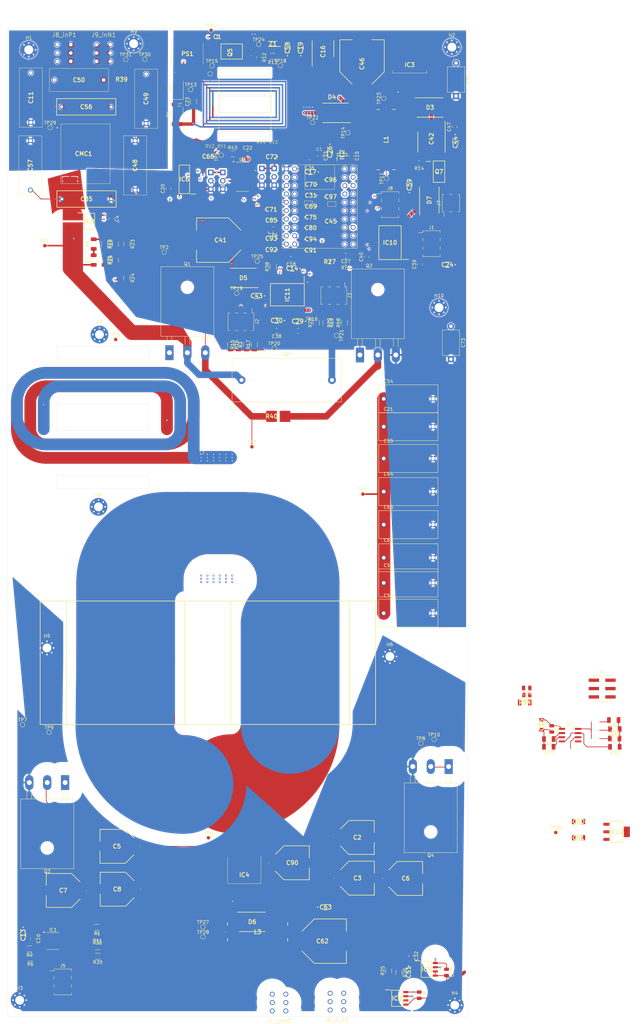
<source format=kicad_pcb>
(kicad_pcb (version 20241229) (generator "pcbnew") (generator_version "9.0")
  (layers (0 "F.Cu" signal) (4 "In1.Cu" signal) (6 "In2.Cu" signal) (2 "B.Cu" signal) (13 "F.Paste" user) (15 "B.Paste" user) (5 "F.SilkS" user "F.Silkscreen") (7 "B.SilkS" user "B.Silkscreen") (1 "F.Mask" user) (3 "B.Mask" user) (25 "Edge.Cuts" user))
  (net 0 "")
  (net 1 "OUT1")
  (net 2 "GND_ISO")
  (net 3 "Net-(D2-K)")
  (net 4 "Net-(T3-AB)")
  (net 5 "GND_extern")
  (net 6 "3.3v_or_5v_extern")
  (net 7 "Vref2048")
  (net 8 "ThermMes_P")
  (net 9 "S_P_H")
  (net 10 "+12drvSec")
  (net 11 "HVP1")
  (net 12 "+12drvPrimH")
  (net 13 "+12drvPrim")
  (net 14 "+3.3V_second")
  (net 15 "ThermMes_S")
  (net 16 "Net-(D3-K)")
  (net 17 "Net-(IC1-MIN_TOFF)")
  (net 18 "Net-(IC1-MIN_TON)")
  (net 20 "Net-(D5-A)")
  (net 21 "Net-(D6-K)")
  (net 22 "Net-(D7-A)")
  (net 23 "D_S_H")
  (net 24 "To_Jum_SH")
  (net 28 "Net-(IC5-VIN)")
  (net 29 "D_S_L")
  (net 30 "To_Jum_SL")
  (net 31 "SCK")
  (net 32 "NSS")
  (net 33 "NSS_extern")
  (net 34 "VoutMes1")
  (net 35 "CompOut")
  (net 36 "Net-(U9A--)")
  (net 37 "Net-(U9B--)")
  (net 38 "Net-(U9C--)")
  (net 39 "Net-(U9D--)")
  (net 40 "VinMes1")
  (net 41 "CurrInMes1")
  (net 42 "MISO")
  (net 43 "HVP2")
  (net 44 "CurrOutMes1")
  (net 45 "OUT2")
  (net 46 "MISO_extern")
  (net 47 "GND2")
  (net 48 "Net-(R20-Pad2)")
  (net 49 "HVN_IN")
  (net 50 "HVP_IN")
  (net 51 "Net-(R21-Pad2)")
  (net 52 "Net-(R22-Pad2)")
  (net 53 "SCK_extern")
  (net 54 "MOSI_extern")
  (net 55 "MOSI")
  (net 56 "To_Jum_L")
  (net 57 "To_Jum_H")
  (net 58 "Net-(J2-Pin_6)")
  (net 59 "Net-(J2-Pin_4)")
  (net 60 "Net-(J2-Pin_2)")
  (net 61 "EN1")
  (net 62 "FeedbacktoMCU")
  (net 65 "Net-(J3-Pin_4)")
  (net 66 "Net-(J3-Pin_2)")
  (net 68 "Net-(J3-Pin_6)")
  (net 69 "Net-(J4-Pin_2)")
  (net 70 "Net-(J4-Pin_6)")
  (net 71 "ResMuc")
  (net 72 "Net-(J4-Pin_4)")
  (net 73 "Net-(J5-Pin_6)")
  (net 74 "Net-(J5-Pin_2)")
  (net 76 "Net-(PS1-BP{slash}M)")
  (net 77 "RDY1")
  (net 78 "Net-(J5-Pin_4)")
  (net 79 "G_P_H")
  (net 80 "G_P_L")
  (net 81 "Net-(C50-Pad2)")
  (net 82 "G_S_H")
  (net 83 "G_S_L")
  (net 84 "Net-(Q5-A)")
  (net 85 "Net-(Q7-B)")
  (net 86 "Net-(T3-AA)")
  (net 87 "Net-(R7-Pad2)")
  (net 88 "Net-(R10-Pad1)")
  (net 89 "Net-(D4-A)")
  (net 90 "Net-(PS1-EN{slash}UV)")
  (net 91 "Net-(R10-Pad2)")
  (net 92 "Net-(Z1-A)")
  (net 93 "MUC_FAN_CTR")
  (net 95 "Net-(IC7-MIN_TON)")
  (net 96 "Net-(IC7-MIN_TOFF)")
  (net 100 "GND_IN")
  (net 104 "Net-(D2-A)")
  (net 106 "VIA")
  (net 108 "VIB")
  (net 123 "Net-(Q2-D)")
  (net 124 "+3.3V")
  (net 125 "Net-(J8-Pin_3)")
  (footprint "MountingHole:MountingHole_2.7mm_M2.5_Pad_Via" (layer "F.Cu") (at 320.25 -53)
    (property "Reference" "H1")
    (property "Value" "~")
  )
  (footprint "MountingHole:MountingHole_2.7mm_M2.5_Pad_Via" (layer "F.Cu") (at 352.16 -54.85)
    (property "Reference" "H9")
    (property "Value" "~")
  )
  (footprint "C0805C102J5GACTU:C0805" (layer "F.Cu") (at 406.04 -12.1 180)
    (property "Reference" "C70")
    (property "Value" "C0805C102J5GACTU" (hide yes))
  )
  (footprint "Package_TO_SOT_THT:TO-247-3_Horizontal_TabDown" (layer "F.Cu") (at 420.97 39.71)
    (property "Reference" "Q2")
    (property "Value" "IPW60R037CM8XKSA1")
  )
  (footprint "TestPoint:TestPoint_Pad_D1.0mm" (layer "F.Cu") (at 375.96 -48.14)
    (property "Reference" "TP15")
    (property "Value" "TestPoint")
  )
  (footprint "875115350002:CAPAE830X770N" (layer "F.Cu") (at 442.72 -25.98 -90)
    (property "Reference" "C42")
    (property "Value" "875115350002" (hide yes))
  )
  (footprint "Capacitor_SMD:C_0805_2012Metric" (layer "F.Cu") (at 447.3 227.28 -90)
    (property "Reference" "C28")
    (property "Value" "SH21B104K101CT")
  )
  (footprint "TestPoint:TestPoint_Pad_D1.0mm" (layer "F.Cu") (at 443.5 156.52)
    (property "Reference" "TP10")
    (property "Value" "TestPoint")
  )
  (footprint "B40910A8127M000:B40910A8127M000" (layer "F.Cu") (at 400.41 193.98)
    (property "Reference" "C90")
    (property "Value" "B40910A8127M000" (hide yes))
  )
  (footprint "B32672L8153J000:CAPRR1500W80L1800T850H1450" (layer "F.Cu") (at 435.71 101.31)
    (property "Reference" "C66")
    (property "Value" "B32672L8153J")
  )
  (footprint "Resistor_SMD:R_0805_2012Metric" (layer "F.Cu") (at 471.72 143.01 180)
    (property "Reference" "RT2")
    (property "Value" "TX08F103F3435ER")
  )
  (footprint "New_Linrary:tab_conn" (layer "F.Cu") (at 331.04 -57.525)
    (property "Reference" "J8_inP1")
    (property "Value" "Screw_Terminal_01x01" (hide yes))
  )
  (footprint "ACS70331EOLCTR-005U3:SOIC127P600X175-8N" (layer "F.Cu") (at 441.2 226.35)
    (property "Reference" "IC5")
    (property "Value" "SI8932B-IS" (hide yes))
  )
  (footprint "Resistor_SMD:R_1206_3216Metric" (layer "F.Cu") (at 498.1475 150.62 180)
    (property "Reference" "R31")
    (property "Value" "KTR18EZPJ3R0")
  )
  (footprint "New_Linrary:RV_precision" (layer "F.Cu") (at 375.35 -23.2025)
    (property "Reference" "RV2")
    (property "Value" "~")
  )
  (footprint "Resistor_SMD:R_1206_3216Metric" (layer "F.Cu") (at 343.31 10.875 -90)
    (property "Reference" "R20")
    (property "Value" "RT1206BRD0756KL")
  )
  (footprint "B40910A8127M000:B40910A8127M000" (layer "F.Cu") (at 347.05 188.98 180)
    (property "Reference" "C5")
    (property "Value" "B40910A8127M000" (hide yes))
  )
  (footprint "Resistor_SMD:R_1206_3216Metric" (layer "F.Cu") (at 432.85 227.35 -90)
    (property "Reference" "R26")
    (property "Value" "ERA-8AEB152V")
  )
  (footprint "B81123C1222M:B81123C1222M" (layer "F.Cu") (at 352.6 -10.38 90)
    (property "Reference" "C48")
    (property "Value" "B81123C1222M" (hide yes))
  )
  (footprint "TestPoint:TestPoint_Pad_D1.0mm" (layer "F.Cu") (at 421.85 81.98)
    (property "Reference" "TP4")
    (property "Value" "TestPoint")
  )
  (footprint "TestPoint:TestPoint_Pad_D1.0mm" (layer "F.Cu") (at 480.52 184.79)
    (property "Reference" "TP26")
    (property "Value" "TestPoint")
  )
  (footprint "Resistor_SMD:R_0805_2012Metric" (layer "F.Cu") (at 390.24 -50.68 -90)
    (property "Reference" "R12")
    (property "Value" "SFR10EZPF2200")
  )
  (footprint "EEV-FK1V471Q:EEEFK0J332AQ" (layer "F.Cu") (at 378.02 4.82 180)
    (property "Reference" "C41")
    (property "Value" "EEV-FK1V471Q" (hide yes))
  )
  (footprint "MountingHole:MountingHole_2.7mm_M2.5_Pad_Via" (layer "F.Cu") (at 448.94 -53.81)
    (property "Reference" "H2")
    (property "Value" "~")
  )
  (footprint "TestPoint:TestPoint_Pad_D1.0mm" (layer "F.Cu") (at 361.45 8.48)
    (property "Reference" "TP2")
    (property "Value" "TestPoint")
  )
  (footprint "Resistor_SMD:R_1206_3216Metric" (layer "F.Cu") (at 341.1425 219.48)
    (property "Reference" "R11")
    (property "Value" "CRCW12060000Z0EAC")
  )
  (footprint "B40910A8127M000:B40910A8127M000" (layer "F.Cu") (at 434.88 198.73)
    (property "Reference" "C6")
    (property "Value" "B40910A8127M000" (hide yes))
  )
  (footprint "Resistor_SMD:R_1206_3216Metric" (layer "F.Cu") (at 384.03 36.5775 90)
    (property "Reference" "R15")
    (property "Value" "M251206BB5108JP500")
  )
  (footprint "PM5022-331M-RC:PM5022331MRC" (layer "F.Cu") (at 389.84 214.98)
    (property "Reference" "L3")
    (property "Value" "PM5022-331M-RC" (hide yes))
  )
  (footprint "TestPoint:TestPoint_Pad_D1.0mm" (layer "F.Cu") (at 318.38 152.02)
    (property "Reference" "TP7")
    (property "Value" "TestPoint")
  )
  (footprint "TestPoint:TestPoint_Pad_D1.0mm" (layer "F.Cu") (at 413.89 33.77 -90)
    (property "Reference" "TP21")
    (property "Value" "TestPoint")
  )
  (footprint "C0805C102J5GACTU:C0805" (layer "F.Cu") (at 406.04 -5.43 180)
    (property "Reference" "C69")
    (property "Value" "C0805C102J5GACTU" (hide yes))
  )
  (footprint "Resistor_SMD:R_1206_3216Metric" (layer "F.Cu") (at 498.4975 158.76 180)
    (property "Reference" "R32")
    (property "Value" "RC1206FR-0711K5L")
  )
  (footprint "Resistor_SMD:R_1206_3216Metric" (layer "F.Cu") (at 410.58 29.9275 -90)
    (property "Reference" "R19")
    (property "Value" "KTR18EZPJ3R0")
  )
  (footprint "Connector_PinHeader_2.54mm:PinHeader_2x03_P2.54mm_Vertical_SMD" (layer "F.Cu") (at 494.635 141.06)
    (property "Reference" "J4")
    (property "Value" "jumper_02x03")
  )
  (footprint "Resistor_SMD:R_1206_3216Metric" (layer "F.Cu") (at 340 10.875 90)
    (property "Reference" "R7")
    (property "Value" "RT1206BRD0756KL")
  )
  (footprint "Resistor_SMD:R_1206_3216Metric" (layer "F.Cu") (at 478.3975 158.74 180)
    (property "Reference" "R37")
    (property "Value" "RC1206FR-0711K5L")
  )
  (footprint "Resistor_SMD:R_1206_3216Metric" (layer "F.Cu") (at 388.84 36.5775 90)
    (property "Reference" "R17")
    (property "Value" "RC1206FR-0711K5L")
  )
  (footprint "B32672L8153J000:CAPRR1500W80L1800T850H1450" (layer "F.Cu") (at 435.71 61.5)
    (property "Reference" "C21")
    (property "Value" "B32672L8153J")
  )
  (footprint "B32672L8153J000:CAPRR1500W80L1800T850H1450" (layer "F.Cu") (at 435.71 81.21)
    (property "Reference" "C64")
    (property "Value" "B32672L8153J")
  )
  (footprint "Resistor_SMD:R_1206_3216Metric" (layer "F.Cu") (at 343.31 6.025 -90)
    (property "Reference" "R10")
    (property "Value" "RT1206BRD0756KL")
  )
  (footprint "Capacitor_SMD:C_0805_2012Metric" (layer "F.Cu") (at 439.21 12.2 90)
    (property "Reference" "C39")
    (property "Value" "SH21B104K101CT")
  )
  (footprint "Capacitor_SMD:C_0805_2012Metric" (layer "F.Cu") (at 418.4 -20.75 -90)
    (property "Reference" "C15")
    (property "Value" "SH21B104K101CT")
  )
  (footprint "Connector_PinHeader_2.54mm:PinHeader_2x03_P2.54mm_Vertical_SMD" (layer "F.Cu") (at 442.715 5.9)
    (property "Reference" "J1")
    (property "Value" "Conn_02x03")
  )
  (footprint "C0805C102J5GACTU:C0805" (layer "F.Cu") (at 394.09 -20.4725 180)
    (property "Reference" "C72")
    (property "Value" "C0805C102J5GACTU" (hide yes))
  )
  (footprint "C0805C102J5GACTU:C0805" (layer "F.Cu") (at 435.78 227.175 -90)
    (property "Reference" "C51")
    (property "Value" "C0805C102J5GACTU" (hide yes))
  )
  (footprint "C0805C102J5GACTU:C0805" (layer "F.Cu") (at 393.99 4.325 180)
    (property "Reference" "C93")
    (property "Value" "C0805C102J5GACTU" (hide yes))
  )
  (footprint "Connector_PinHeader_2.54mm:PinHeader_2x03_P2.54mm_Vertical_SMD" (layer "F.Cu") (at 430.145 -5.97)
    (property "Reference" "J8")
    (property "Value" "jumper_02x03")
  )
  (footprint "TestPoint:TestPoint_Pad_D1.0mm" (layer "F.Cu") (at 325.11 6.52)
    (property "Reference" "TP1")
    (property "Value" "TestPoint")
  )
  (footprint "TestPoint:TestPoint_Pad_D1.0mm" (layer "F.Cu") (at 374.89 186.39)
    (property "Reference" "TP6")
    (property "Value" "TestPoint")
  )
  (footprint "Connector_PinHeader_2.54mm:PinHeader_2x03_P2.54mm_Vertical_SMD" (layer "F.Cu") (at 330.605 230.18)
    (property "Reference" "J5")
    (property "Value" "jumper_02x03")
  )
  (footprint "C0805C102J5GACTU:C0805" (layer "F.Cu") (at 406 1.085)
    (property "Reference" "C80")
    (property "Value" "C0805C102J5GACTU" (hide yes))
  )
  (footprint "New_Linrary:tab_conn" (layer "F.Cu") (at 396.3 241.945 180)
    (property "Reference" "J7_gnd1")
    (property "Value" "Screw_Terminal_01x01" (hide yes))
  )
  (footprint "Resistor_SMD:R_1206_3216Metric" (layer "F.Cu") (at 498.4375 156.22)
    (property "Reference" "R30")
    (property "Value" "CRCW12060000Z0EAC")
  )
  (footprint "Capacitor_SMD:C_0805_2012Metric" (layer "F.Cu") (at 321.525 217.03 -90)
    (property "Reference" "C10")
    (property "Value" "SH21B104K101CT")
  )
  (footprint "RN73R2BTTD4991B25:RESC3216X70N" (layer "F.Cu") (at 471.075 145.27)
    (property "Reference" "R34")
    (property "Value" "RN73R2BTTD4991B25" (hide yes))
  )
  (footprint "GRM31CR71E106KA12K:GRM31x" (layer "F.Cu") (at 476.2075 152.07 -90)
    (property "Reference" "C25")
    (property "Value" "GRM31CR71E106KA12K" (hide yes))
  )
  (footprint "EEV-FK1V471Q:EEEFK0J332AQ" (layer "F.Cu") (at 410.09 217.79)
    (property "Reference" "C62")
    (property "Value" "EEV-FK1V471Q" (hide yes))
  )
  (footprint "ACS70331EOLCTR-005U3:SOIC127P600X175-8N" (layer "F.Cu") (at 338.68 -0.88)
    (property "Reference" "IC9")
    (property "Value" "ACS70331EOLCTR-005U3" (hide yes))
  )
  (footprint "MBRS340T3G:DIOM8059X261N" (layer "F.Cu") (at 413.59 -33.83 180)
    (property "Reference" "D4")
    (property "Value" "MBRS340T3G" (hide yes))
  )
  (footprint "TestPoint:TestPoint_Pad_D1.0mm" (layer "F.Cu") (at 375.69 -58.92)
    (property "Reference" "TP12")
    (property "Value" "TestPoint")
  )
  (footprint "Package_TO_SOT_THT:TO-247-3_Horizontal_TabDown" (layer "F.Cu") (at 447.95 164.75 180)
    (property "Reference" "Q4")
    (property "Value" "FDH055N15A")
  )
  (footprint "B32672L8153J000:CAPRR1500W80L1800T850H1450" (layer "F.Cu") (at 435.71 91.26)
    (property "Reference" "C65")
    (property "Value" "B32672L8153J")
  )
  (footprint "Package_SO:SOIC-8_3.9x4.9mm_P1.27mm" (layer "F.Cu") (at 327.605 217.76)
    (property "Reference" "IC1")
    (property "Value" "NCP43080DDR2G")
  )
  (footprint "Resistor_SMD:R_1206_3216Metric" (layer "F.Cu") (at 382.2275 -21.4025)
    (property "Reference" "R43")
    (property "Value" "RC1206FR-0711K5L")
  )
  (footprint "R46KI310050M1K:R46KI310050M1K" (layer "F.Cu") (at 330.23 -35.67)
    (property "Reference" "C56")
    (property "Value" "R46KI310050M1K" (hide yes))
  )
  (footprint "New_Linrary:tab_conn" (layer "F.Cu") (at 343.02 -57.525)
    (property "Reference" "J9_inN1")
    (property "Value" "Screw_Terminal_01x01" (hide yes))
  )
  (footprint "Resistor_SMD:R_1206_3216Metric" (layer "F.Cu") (at 416.28 29.9275 90)
    (property "Reference" "R18")
    (property "Value" "RNCE1206BTE10R0")
  )
  (footprint "MBRS340T3G:DIOM8059X261N" (layer "F.Cu") (at 442.29 -35.47)
    (property "Reference" "D3")
    (property "Value" "MBRS340T3G" (hide yes))
  )
  (footprint "RN73R2BTTD4991B25:RESC3216X70N" (layer "F.Cu") (at 411.81 11.4)
    (property "Reference" "R27")
    (property "Value" "RN73R2BTTD4991B25" (hide yes))
  )
  (footprint "Capacitor_SMD:C_0805_2012Metric" (layer "F.Cu") (at 402.119 32.419 180)
    (property "Reference" "C37" (hide yes))
    (property "Value" "SH21B104K101CT")
  )
  (footprint "GRM31CR71E106KA12K:GRM31x" (layer "F.Cu") (at 400.34 13.43 180)
    (property "Reference" "C14")
    (property "Value" "GRM31CR71E106KA12K" (hide yes))
  )
  (footprint "Resistor_SMD:R_1206_3216Metric" (layer "F.Cu") (at 341.1375 216.45 180)
    (property "Reference" "R36")
    (property "Value" "RC1206JR-071R1L")
  )
  (footprint "DPC817S-B-TR:DPC817SBTR" (layer "F.Cu") (at 381.96 -52.48 90)
    (property "Reference" "Q5")
    (property "Value" "DPC817S-B-TR" (hide yes))
  )
  (footprint "Capacitor_SMD:C_0805_2012Metric" (layer "F.Cu") (at 416.67 9.57 180)
    (property "Reference" "C27")
    (property "Value" "SH21B104K101CT")
  )
  (footprint "TestPoint:TestPoint_Pad_D1.0mm" (layer "F.Cu") (at 369.49 -40.94)
    (property "Reference" "TP13")
    (property "Value" "TestPoint")
  )
  (footprint "Diode_SMD:D_SMA" (layer "F.Cu") (at 365.6 -41.4225 90)
    (property "Reference" "D2")
    (property "Value" "US1J")
  )
  (footprint "TestPoint:TestPoint_Pad_D1.0mm" (layer "F.Cu") (at 396.79 -48.2)
    (property "Reference" "TP18")
    (property "Value" "TestPoint")
  )
  (footprint "Resistor_SMD:R_1206_3216Metric" (layer "F.Cu") (at 350.04 16.3025 -90)
    (property "Reference" "R24")
    (property "Value" "RNCE1206BTE1K00")
  )
  (footprint "TestPoint:TestPoint_Pad_D1.0mm" (layer "F.Cu") (at 373.24 216.51)
    (property "Reference" "TP28")
    (property "Value" "TestPoint")
  )
  (footprint "Capacitor_SMD:C_0805_2012Metric" (layer "F.Cu") (at 395.64 32.36 180)
    (property "Reference" "C38")
    (property "Value" "SH21B104K101CT")
  )
  (footprint "C0805C102J5GACTU:C0805" (layer "F.Cu") (at 393.99 -1.185 180)
    (property "Reference" "C85")
    (property "Value" "C0805C102J5GACTU" (hide yes))
  )
  (footprint "TMCS1107A4UQDRQ1:SOIC127P600X175-8N" (layer "F.Cu") (at 432.21 235.16)
    (property "Reference" "IC8")
    (property "Value" "TMCS1107A1UQDRQ1" (hide yes))
  )
  (footprint "Capacitor_SMD:C_0805_2012Metric" (layer "F.Cu") (at 345.47 -1.67 -90)
    (property "Reference" "C4")
    (property "Value" "SH21B104K101CT")
  )
  (footprint "New_Linrary:ELP_102_20_38_V6" (layer "F.Cu") (at 372.87 69.862641)
    (property "Reference" "T3")
    (property "Value" "B66297K0000X197,B66297G0000X197")
  )
  (footprint "MountingHole:MountingHole_2.7mm_M2.5_Pad_Via" (layer "F.Cu") (at 430.08 131.31)
    (property "Reference" "H6")
    (property "Value" "~")
  )
  (footprint "Resistor_SMD:R_1206_3216Metric" (layer "F.Cu") (at 429.72 226.77 90)
    (property "Reference" "R25")
    (property "Value" "RT1206BRD0756KL")
  )
  (footprint "C0805C102J5GACTU:C0805" (layer "F.Cu") (at 406.04 -8.76 180)
    (property "Reference" "C31")
    (property "Value" "C0805C102J5GACTU" (hide yes))
  )
  (footprint "GRM31CR71E106KA12K:GRM31x" (layer "F.Cu") (at 450 -24.855 -90)
    (property "Reference" "C44")
    (property "Value" "GRM31CR71E106KA12K" (hide yes))
  )
  (footprint "B81123C1222M:B81123C1222M" (layer "F.Cu") (at 328.02 -43.825)
    (property "Reference" "C50")
    (property "Value" "B81123C1222M" (hide yes))
  )
  (footprint "New_Linrary:ELP_43_10_28_v2" (layer "F.Cu") (at 381.853367 55.966734 -90)
    (property "Reference" "L2")
    (property "Value" "B66461G0000X187")
    (fp_rect (start -18.95 25.08) (end -15.04 52.98) (stroke (width 0.05)) (fill no) (layer "Edge.Cuts"))
    (fp_rect (start -1.41 25.07) (end 6.71 52.96) (stroke (width 0.05)) (fill no) (layer "Edge.Cuts"))
    (fp_rect (start 20.34 25.06) (end 24.25 52.96) (stroke (width 0.05)) (fill no) (layer "Edge.Cuts"))
  )
  (footprint "GRM31CR71E106KA12K:GRM31x" (layer "F.Cu") (at 487.46 186.361)
    (property "Reference" "C61")
    (property "Value" "GRM31CR71E106KA12K" (hide yes))
  )
  (footprint "TNY280GN-TL:TNY280GNTL" (layer "F.Cu") (at 368.49 -51.782)
    (property "Reference" "PS1")
    (property "Value" "TNY280GN-TL" (hide yes))
  )
  (footprint "New_Linrary:RV_precision" (layer "F.Cu") (at 390.87 -24.4225)
    (property "Reference" "RV4")
    (property "Value" "~")
  )
  (footprint "GRM31CR71E106KA12K:GRM31x" (layer "F.Cu") (at 395.64 29.27 180)
    (property "Reference" "C30")
    (property "Value" "GRM31CR71E106KA12K" (hide yes))
  )
  (footprint "TestPoint:TestPoint_Pad_D1.0mm" (layer "F.Cu") (at 417.33 -27.78 90)
    (property "Reference" "TP14")
    (property "Value" "TestPoint")
  )
  (footprint "Capacitor_SMD:C_1206_3216Metric" (layer "F.Cu") (at 370.38 -37.23 90)
    (property "Reference" "C23")
    (property "Value" "AC1206JKNPOZBN103")
  )
  (footprint "TestPoint:TestPoint_Pad_D1.0mm" (layer "F.Cu") (at 394.9 37.68)
    (property "Reference" "TP20")
    (property "Value" "TestPoint")
  )
  (footprint "TestPoint:TestPoint_Pad_D1.0mm" (layer "F.Cu") (at 349.74 -50.07)
    (property "Reference" "TP31")
    (property "Value" "TestPoint")
  )
  (footprint "B32672L8153J000:CAPRR1500W80L1800T850H1450" (layer "F.Cu") (at 435.71 118.16)
    (property "Reference" "C52")
    (property "Value" "B32672L8153J")
  )
  (footprint "TestPoint:TestPoint_Pad_D1.0mm" (layer "F.Cu") (at 439.48 157.68)
    (property "Reference" "TP8")
    (property "Value" "TestPoint")
  )
  (footprint "Capacitor_SMD:C_0805_2012Metric" (layer "F.Cu") (at 449.78 -29.53 90)
    (property "Reference" "C47")
    (property "Value" "SH21B104K101CT")
  )
  (footprint "A768EB107M1ELAS036:CAPAE660X600N" (layer "F.Cu") (at 409.74 -52.47 90)
    (property "Reference" "C16")
    (property "Value" "A768EB107M1ELAS036" (hide yes))
  )
  (footprint "C0805C102J5GACTU:C0805" (layer "F.Cu") (at 374.79 -20.58 180)
    (property "Reference" "C68")
    (property "Value" "C0805C102J5GACTU" (hide yes))
  )
  (footprint "Resistor_SMD:R_0805_2012Metric" (layer "F.Cu") (at 438.992 -18.625 180)
    (property "Reference" "R14")
    (property "Value" "SFR10EZPF2200")
  )
  (footprint "TestPoint:TestPoint_Pad_D1.0mm" (layer "F.Cu") (at 346.69 35.01)
    (property "Reference" "TP5")
    (property "Value" "TestPoint")
  )
  (footprint "Capacitor_SMD:C_0805_2012Metric" (layer "F.Cu") (at 479.2975 153.31 -90)
    (property "Reference" "C12")
    (property "Value" "SH21B104K101CT")
  )
  (footprint "Package_SO:SOIC-14_3.9x8.7mm_P1.27mm" (layer "F.Cu") (at 385.26 -14.4025)
    (property "Reference" "U9")
    (property "Value" "TLV9024QDRQ1")
  )
  (footprint "C0805C102J5GACTU:C0805" (layer "F.Cu") (at 412.09 -13.495)
    (property "Reference" "C96")
    (property "Value" "C0805C102J5GACTU" (hide yes))
  )
  (footprint "GRM31CR71E106KA12K:GRM31x" (layer "F.Cu") (at 447.565 12.3 180)
    (property "Reference" "C24")
    (property "Value" "GRM31CR71E106KA12K" (hide yes))
  )
  (footprint "LT6654BIS6-2.048#TRMPBF:SOT95P280X100-6N" (layer "F.Cu") (at 415.549 -21.125 90)
    (property "Reference" "IC2")
    (property "Value" "LT6654BIS6-2.048#TRMPBF" (hide yes))
  )
  (footprint "B32672L8153J000:CAPRR1500W80L1800T850H1450" (layer "F.Cu") (at 435.71 53.04)
    (property "Reference" "C54")
    (property "Value" "B32672L8153J")
  )
  (footprint "Capacitor_THT:C_Rect_L33.0mm_W13.0mm_P27.50mm_MKS4" (layer "F.Cu") (at 384.96 47.34)
    (property "Reference" "C67")
    (property "Value" "EFDKS60K405D032LH")
  )
  (footprint "GRM31CR71E106KA12K:GRM31x" (layer "F.Cu") (at 389.52 21.77 180)
    (property "Reference" "C43")
    (property "Value" "GRM31CR71E106KA12K" (hide yes))
  )
  (footprint "Package_SO:SOIC-8_3.9x4.9mm_P1.27mm" (layer "F.Cu") (at 484.8625 155.205)
    (property "Reference" "IC7")
    (property "Value" "NCP43080DDR2G")
  )
  (footprint "Capacitor_THT:C_Disc_D7.5mm_W5.0mm_P10.00mm" (layer "F.Cu") (at 448.64 31 -90)
    (property "Reference" "C73")
    (property "Value" "VY1221K31Y5SQ6TV0")
  )
  (footprint "Resistor_SMD:R_1206_3216Metric" (layer "F.Cu") (at 340 6.025 90)
    (property "Reference" "R8")
    (property "Value" "RT1206BRD0756KL")
  )
  (footprint "Capacitor_SMD:C_0805_2012Metric" (layer "F.Cu") (at 408.87 -20.75 -90)
    (property "Reference" "C33")
    (property "Value" "SH21B104K101CT")
  )
  (footprint "GRM31CR71E106KA12K:GRM31x" (layer "F.Cu") (at 402.92 -53.58 90)
    (property "Reference" "C19")
    (property "Value" "GRM31CR71E106KA12K" (hide yes))
  )
  (footprint "TestPoint:TestPoint_Pad_D1.0mm" (layer "F.Cu") (at 326.44 154.34)
    (property "Reference" "TP9")
    (property "Value" "TestPoint")
  )
  (footprint "GRM31CR71E106KA12K:GRM31x" (layer "F.Cu") (at 398.93 -53.58 90)
    (property "Reference" "C58")
    (property "Value" "GRM31CR71E106KA12K" (hide yes))
  )
  (footprint "MountingHole:MountingHole_2.7mm_M2.5_Pad_Via" (layer "F.Cu") (at 317.49 235.73)
    (property "Reference" "H3")
    (property "Value" "~")
  )
  (footprint "BZT52C11-7-F:SOD3716X145N" (layer "F.Cu") (at 394.48 -54.784 180)
    (property "Reference" "Z1")
    (property "Value" "BZT52C11-7-F" (hide yes))
  )
  (footprint "Resistor_SMD:R_0805_2012Metric" (layer "F.Cu") (at 416.6025 11.55 180)
    (property "Reference" "RT1")
    (property "Value" "TX08F103F3435ER")
  )
  (footprint "TestPoint:TestPoint_Pad_D1.0mm" (layer "F.Cu") (at 378.83 -20.96 90)
    (property "Reference" "TP17")
    (property "Value" "TestPoint")
  )
  (footprint "Resistor_SMD:R_1206_3216Metric" (layer "F.Cu") (at 478.4075 156.39 180)
    (property "Reference" "R9")
    (property "Value" "RC1206FR-0711K5L")
  )
  (footprint "TestPoint:TestPoint_Pad_D1.0mm" (layer "F.Cu") (at 383.46 20.95)
    (property "Reference" "TP19")
    (property "Value" "TestPoint")
  )
  (footprint "C0805C102J5GACTU:C0805" (layer "F.Cu") (at 412.09 -8.335)
    (property "Reference" "C97")
    (property "Value" "C0805C102J5GACTU" (hide yes))
  )
  (footprint "GRM31CR71E106KA12K:GRM31x" (layer "F.Cu") (at 410.53 207.48)
    (property "Reference" "C63")
    (property "Value" "GRM31CR71E106KA12K" (hide yes))
  )
  (footprint "MountingHole:MountingHole_2.7mm_M2.5_Pad_Via" (layer "F.Cu") (at 341.76 33.51)
    (property "Reference" "H7")
    (property "Value" "~")
  )
  (footprint "TestPoint:TestPoint_Pad_D1.0mm" (layer "F.Cu") (at 388.11 67.62)
    (property "Reference" "TP3")
    (property "Value" "TestPoint")
  )
  (footprint "Package_TO_SOT_THT:TO-247-3_Horizontal_TabDown" (layer "F.Cu") (at 363.04 39.02)
    (property "Reference" "Q1")
    (property "Value" "IPW60R037CM8XKSA1")
  )
  (footprint "Capacitor_THT:C_Disc_D7.5mm_W5.0mm_P10.00mm" (layer "F.Cu") (at 450.2 -48.96 -90)
    (property "Reference" "C74")
    (property "Value" "VY1221K31Y5SQ6TV0")
  )
  (footprint "C0805C102J5GACTU:C0805" (layer "F.Cu") (at 406 7.905)
    (property "Reference" "C91")
    (property "Value" "C0805C102J5GACTU" (hide yes))
  )
  (footprint "Connector_PinHeader_2.54mm:PinHeader_2x03_P2.54mm_Vertical_SMD" (layer "F.Cu") (at 384.78 29.605 -90)
    (property "Reference" "J2")
    (property "Value" "jumper_02x03")
  )
  (footprint "PA2750NL:PA2750NL" (layer "F.Cu") (at 337.515 -21.41)
    (property "Reference" "CMC1")
    (property "Value" "PA2750NL" (hide yes))
  )
  (footprint "C0805C102J5GACTU:C0805" (layer "F.Cu") (at 406.01 -2.12)
    (property "Reference" "C75")
    (property "Value" "C0805C102J5GACTU" (hide yes))
  )
  (footprint "TestPoint:TestPoint_Pad_D1.0mm" (layer "F.Cu") (at 390.18 -54.63)
    (property "Reference" "TP24")
    (property "Value" "TestPoint")
  )
  (footprint "B40910A8127M000:B40910A8127M000" (layer "F.Cu") (at 420.2 198.65)
    (property "Reference" "C3")
    (property "Value" "B40910A8127M000" (hide yes))
  )
  (footprint "LRMAP2512-R007FT4:RESC6432X90N" (layer "F.Cu") (at 396.14 58.36)
    (property "Reference" "R40")
    (property "Value" "LRMAP2512-R007FT4" (hide yes))
  )
  (footprint "B81123C1222M:B81123C1222M" (layer "F.Cu") (at 355.94 -45.63 -90)
    (property "Reference" "C49")
    (property "Value" "B81123C1222M" (hide yes))
  )
  (footprint "SI82390BD-IS:SOIC127P1030X265-16N" (layer "F.Cu") (at 398.89 21.42 -90)
    (property "Reference" "IC11")
    (property "Value" "SI82390BD-IS" (hide yes))
  )
  (footprint "Resistor_SMD:R_1206_3216Metric" (layer "F.Cu") (at 386.43 36.5775 90)
    (property "Reference" "R3")
    (property "Value" "RNCE1206BTE10R0")
  )
  (footprint "Resistor_SMD:R_1206_3216Metric" (layer "F.Cu") (at 346.62 6.025 90)
    (property "Reference" "R22")
    (property "Value" "RT1206BRD0756KL")
  )
  (footprint "GRM31CR71E106KA12K:GRM31x" (layer "F.Cu") (at 401.995 29.5 180)
    (property "Reference" "C29")
    (property "Value" "GRM31CR71E106KA12K" (hide yes))
  )
  (footprint "Resistor_SMD:R_1206_3216Metric" (layer "F.Cu") (at 346.62 10.875 90)
    (property "Reference" "R21")
    (property "Value" "RT1206BRD0756KL")
  )
  (footprint "Package_TO_SOT_THT:TO-247-3_Horizontal_TabDown" (layer "F.Cu") (at 331.31 169.61 180)
    (property "Reference" "Q3")
    (property "Value" "FDH055N15A")
  )
  (footprint "TestPoint:TestPoint_Pad_D1.0mm" (layer "F.Cu") (at 355.53 -50.1)
    (property "Reference" "TP30")
    (property "Value" "TestPoint")
  )
  (footprint "ISO7741BDWR:SOIC127P1030X265-16N" (layer "F.Cu") (at 430.121 5.581 180)
    (property "Reference" "IC10")
    (property "Value" "ISO7741BDWR" (hide yes))
  )
  (footprint "Resistor_SMD:R_1206_3216Metric" (layer "F.Cu") (at 350.04 6.025 -90)
    (property "Reference" "R23")
    (property "Value" "RT1206BRD0756KL")
  )
  (footprint "TestPoint:TestPoint_Pad_D1.0mm" (layer "F.Cu") (at 389.73 11.25)
    (property "Reference" "TP25")
    (property "Value" "TestPoint")
  )
  (footprint "New_Linrary:Trans_planner_buck" (layer "F.Cu") (at 366.7475 -36.35 90)
    (property "Reference" "T1")
    (property "Value" "B66285G0000X187,B66285K0000X187")
    (fp_rect (start 8.39 11.34) (end 10.99 27.13) (stroke (width 0.05)) (fill no) (layer "Edge.Cuts"))
    (fp_rect (start -2.41 11.34) (end 2.6 27.14) (stroke (width 0.05)) (fill no) (layer "Edge.Cuts"))
    (fp_rect (start -10.8 11.34) (end -8.21 27.14) (stroke (width 0.05)) (fill no) (layer "Edge.Cuts"))
  )
  (footprint "Connector_PinHeader_2.54mm:PinHeader_2x02_P2.54mm_Vertical_SMD" (layer "F.Cu") (at 448.63 -6.42 90)
    (property "Reference" "J7")
    (property "Value" "Conn_02x02_Odd_Even")
  )
  (footprint "LM2575-3.3WU-TR:MIC29302WU" (layer "F.Cu") (at 436.08 -54.73)
    (property "Reference" "IC3")
    (property "Value" "LM2575-3.3WU-TR" (hide yes))
  )
  (footprint "Resistor_SMD:R_1206_3216Metric" (layer "F.Cu") (at 320.4825 220.12 180)
    (property "Reference" "R2")
    (property "Value" "RC1206FR-0711K5L")
  )
  (footprint "Resistor_SMD:R_1206_3216Metric" (layer "F.Cu") (at 394.43 -51.01 180)
    (property "Reference" "R13")
    (property "Value" "CR1206-FX-1071ELF")
  )
  (footprint "Capacitor_SMD:C_0805_2012Metric" (layer "F.Cu") (at 405.69 -18.84 180)
    (property "Reference" "C36")
    (property "Value" "SH21B104K101CT" (hide yes))
  )
  (footprint "TestPoint:TestPoint_Pad_D1.0mm" (layer "F.Cu") (at 375.42 -45.69)
    (property "Reference" "TP16")
    (property "Value" "TestPoint")
  )
  (footprint "GRM31CR71E106KA12K:GRM31x" (layer "F.Cu") (at 318.545 215.945 -90)
    (property "Reference" "C13")
    (property "Value" "GRM31CR71E106KA12K" (hide yes))
  )
  (footprint "TestPoint:TestPoint_Pad_D1.0mm" (layer "F.Cu") (at 406.55 -30.93)
    (property "Reference" "TP22")
    (property "Value" "TestPoint")
  )
  (footprint "MountingHole:MountingHole_2.7mm_M2.5_Pad_Via" (layer "F.Cu") (at 445.02 25.32)
    (property "Reference" "H10")
    (property "Value" "~")
  )
  (footprint "Capacitor_SMD:C_0805_2012Metric" (layer "F.Cu") (at 362.72 -10.84 90)
    (property "Reference" "C20")
    (property "Value" "SH21B104K101CT")
  )
  (footprint "MBRS340T3G:DIOM8059X261N" (layer "F.Cu") (at 442.06 -7.33 90)
    (property "Reference" "D7")
    (property "Value" "MBRS340T3G" (hide yes))
  )
  (footprint "TestPoint:TestPoint_Pad_D1.0mm" (layer "F.Cu") (at 373.24 213.46)
    (property "Reference" "TP27")
    (property "Value" "TestPoint")
  )
  (footprint "B81123C1222M:B81123C1222M" (layer "F.Cu") (at 320.74 -25.38 -90)
    (property "Reference" "C57")
    (property "Value" "B81123C1222M" (hide yes))
  )
  (footprint "Resistor_SMD:R_1206_3216Metric" (layer "F.Cu") (at 394.62 12.9225 90)
    (property "Reference" "R38")
    (property "Value" "RC1206FR-0711K5L")
  )
  (footprint "MountingHole:MountingHole_2.7mm_M2.5_Pad_Via" (layer "F.Cu") (at 325.79 128.71)
    (property "Reference" "H5")
    (property "Value" "~")
  )
  (footprint "R46KI310050M1K:R46KI310050M1K" (layer "F.Cu") (at 330.32 -7.67)
    (property "Reference" "C35")
    (property "Value" "R46KI310050M1K" (hide yes))
  )
  (footprint "New_Linrary:SMT32F1-MINI" (layer "F.Cu") (at 408.58 -22.32)
    (property "Reference" "U1")
    (property "Value" "stm32F103C8T6-CH340" (hide yes))
  )
  (footprint "B40910A8127M000:B40910A8127M000" (layer "F.Cu") (at 347.14 202.01 180)
    (property "Reference" "C8")
    (property "Value" "B40910A8127M000" (hide yes))
  )
  (footprint "BCP5616H6327XTSA1:SOT230P700X180-4N" (layer "F.Cu") (at 445.02 -15.98)
    (property "Reference" "Q7")
    (property "Value" "BCP5616H6327XTSA1" (hide yes))
  )
  (footprint "B40910A8127M000:B40910A8127M000" (layer "F.Cu") (at 420.17 186.29)
    (property "Reference" "C2")
    (property "Value" "B40910A8127M000" (hide yes))
  )
  (footprint "GRM31CR71E106KA12K:GRM31x" (layer "F.Cu") (at 487.46 181.457)
    (property "Reference" "C60")
    (property "Value" "GRM31CR71E106KA12K" (hide yes))
  )
  (footprint "Resistor_SMD:R_1206_3216Metric" (layer "F.Cu") (at 381.6 36.5775 -90)
    (property "Reference" "R16")
    (property "Value" "KTR18EZPJ3R0")
  )
  (footprint "Capacitor_SMD:C_0805_2012Metric" (layer "F.Cu") (at 400.01 10.48 180)
    (property "Reference" "C18")
    (property "Value" "SH21B104K101CT")
  )
  (footprint "PM5022-331M-RC:PM5022331MRC" (layer "F.Cu") (at 428.93 -25.71 -90)
    (property "Reference" "L1")
    (property "Value" "PM5022-331M-RC" (hide yes))
  )
  (footprint "C0805C102J5GACTU:C0805" (layer "F.Cu") (at 412.09 -0.885 180)
    (property "Reference" "C45")
    (property "Value" "C0805C102J5GACTU" (hide yes))
  )
  (footprint "C0805C102J5GACTU:C0805" (layer "F.Cu") (at 393.99 -4.485)
    (property "Reference" "C71")
    (property "Value" "C0805C102J5GACTU" (hide yes))
  )
  (footprint "B32672L8153J000:CAPRR1500W80L1800T850H1450" (layer "F.Cu") (at 435.71 71.16)
    (property "Reference" "C55")
    (property "Value" "B32672L8153J")
  )
  (footprint "Resistor_SMD:R_1206_3216Metric" (layer "F.Cu") (at 320.6975 222.94 180)
    (property "Reference" "R6")
    (property "Value" "RC1206FR-0711K5L")
  )
  (footprint "MBRS340T3G:DIOM8059X261N" (layer "F.Cu") (at 388.22 211.93)
    (property "Reference" "D6")
    (property "Value" "MBRS340T3G" (hide yes))
  )
  (footprint "Resistor_SMD:R_1206_3216Metric" (layer "F.Cu") (at 341.24 222.37 180)
    (property "Reference" "R35")
    (property "Value" "RC1206FR-0711K5L")
  )
  (footprint "Resistor_SMD:R_1206_3216Metric" (layer "F.Cu") (at 341.0225 213.62 180)
    (property "Reference" "R1")
    (property "Value" "KTR18EZPJ3R0")
  )
  (footprint "MountingHole:MountingHole_2.7mm_M2.5_Pad_Via" (layer "F.Cu") (at 341.46 85.85)
    (property "Reference" "H8")
    (property "Value" "~")
  )
  (footprint "GRM31CR71E106KA12K:GRM31x" (layer "F.Cu") (at 411.83 -21.929 -90)
    (property "Reference" "C26")
    (property "Value" "GRM31CR71E106KA12K" (hide yes))
  )
  (footprint "Capacitor_SMD:C_0805_2012Metric" (layer "F.Cu") (at 423.031 9.921 90)
    (property "Reference" "C40")
    (property "Value" "SH21B104K101CT")
  )
  (footprint "TestPoint:TestPoint_Pad_D1.0mm" (layer "F.Cu") (at 428.2 -38.24 90)
    (property "Reference" "TP23")
    (property "Value" "TestPoint")
  )
  (footprint "C0805C102J5GACTU:C0805" (layer "F.Cu") (at 393.99 7.745 180)
    (property "Reference" "C92")
    (property "Value" "C0805C102J5GACTU" (hide yes))
  )
  (footprint "Capacitor_SMD:C_0805_2012Metric" (layer "F.Cu") (at 471.7 140.88 180)
    (property "Reference" "C34")
    (property "Value" "SH21B104K101CT")
  )
  (footprint "Capacitor_SMD:C_0805_2012Metric" (layer "F.Cu") (at 394.565 1.565 180)
    (property "Reference" "C84")
    (property "Value" "SH21B104K101CT")
  )
  (footprint "B40910A8127M000:B40910A8127M000" (layer "F.Cu") (at 330.72 202.39 180)
    (property "Reference" "C7")
    (property "Value" "B40910A8127M000" (hide yes))
  )
  (footprint "Capacitor_SMD:C_0805_2012Metric" (layer "F.Cu") (at 436.45 222.29 -90)
    (property "Reference" "C32")
    (property "Value" "SH21B104K101CT")
  )
  (footprint "MBRS340T3G:DIOM8059X261N" (layer "F.Cu") (at 385.52 16.31 180)
    (property "Reference" "D5")
    (property "Value" "MBRS340T3G" (hide yes))
  )
  (footprint "LTR100JZPJ270:RESC3264X70N" (layer "F.Cu") (at 348.47 -43.985)
    (property "Reference" "R39")
    (property "Value" "LTR100JZPJ270" (hide yes))
  )
  (footprint "Connector_PinHeader_2.54mm:PinHeader_2x03_P2.54mm_Vertical_SMD" (layer "F.Cu") (at 413.03 21.665 -90)
    (property "Reference" "J3")
    (property "Value" "jumper_02x03")
  )
  (footprint "New_Linrary:tab_conn" (layer "F.Cu") (at 413.91 241.655 180)
    (property "Reference" "J6_out1")
    (property "Value" "Screw_Terminal_01x01" (hide yes))
  )
  (footprint "C0805C102J5GACTU:C0805" (layer "F.Cu") (at 406.04 4.525)
    (property "Reference" "C94")
    (property "Value" "C0805C102J5GACTU" (hide yes))
  )
  (footprint "GRM31CR71E106KA12K:GRM31x" (layer "F.Cu") (at 436 -11.975 90)
    (property "Reference" "C59")
    (property "Value" "GRM31CR71E106KA12K" (hide yes))
  )
  (footprint "GRM31CR71E106KA12K:GRM31x" (layer "F.Cu") (at 405.885 -15.89 180)
    (property "Reference" "C17")
    (property "Value" "GRM31CR71E106KA12K" (hide yes))
  )
  (footprint "B81123C1222M:B81123C1222M" (layer "F.Cu") (at 320.88 -30.97 90)
    (property "Reference" "C11")
    (property "Value" "B81123C1222M" (hide yes))
  )
  (footprint "LM2575HVS-12_NOPB:LM2575HVS12NOPB" (layer "F.Cu") (at 385.79 196.01)
    (property "Reference" "IC4")
    (property "Value" "LM2575HVS-12_NOPB" (hide yes))
  )
  (footprint "CL31A106KBHNNNE:CAPC3216X180N" (layer "F.Cu") (at 377.59 -56.95)
    (property "Reference" "C1")
    (property "Value" "CL31A106KBHNNNE" (hide yes))
  )
  (footprint "Resistor_SMD:R_1206_3216Metric" (layer "F.Cu") (at 407.71 29.9275 90)
    (property "Reference" "R28")
    (property "Value" "RC1206FR-0711K5L")
  )
  (footprint "MountingHole:MountingHole_2.7mm_M2.5_Pad_Via" (layer "F.Cu") (at 449.81 237.24)
    (property "Reference" "H4")
    (property "Value" "~")
  )
  (footprint "Resistor_SMD:R_2512_6332Metric" (layer "F.Cu") (at 365.42 -33.4025 90)
    (property "Reference" "R5")
    (property "Value" "9-2176070-5")
  )
  (footprint "Capacitor_SMD:C_0805_2012Metric" (layer "F.Cu") (at 386.79 -21.5125)
    (property "Reference" "C22")
    (property "Value" "SH21B104K101CT")
  )
  (footprint "Capacitor_SMD:C_0805_2012Metric" (layer "F.Cu") (at 439 234.21 -90)
    (property "Reference" "C9")
    (property "Value" "SH21B104K101CT")
  )
  (footprint "New_Linrary:RV_precision" (layer "F.Cu") (at 394.62 -24.4225)
    (property "Reference" "RV3")
    (property "Value" "~")
  )
  (footprint "Resistor_SMD:R_1206_3216Metric" (layer "F.Cu") (at 413.47 29.9275 90)
    (property "Reference" "R29")
    (property "Value" "M251206BB5108JP500")
  )
  (footprint "TestPoint:TestPoint_Pad_D1.0mm" (layer "F.Cu") (at 326.75 -29.36)
    (property "Reference" "TP29")
    (property "Value" "TestPoint")
  )
  (footprint "New_Linrary:RV_precision" (layer "F.Cu") (at 378.99 -23.2025)
    (property "Reference" "RV1")
    (property "Value" "~")
  )
  (footprint "B32672L8153J000:CAPRR1500W80L1800T850H1450" (layer "F.Cu") (at 435.71 108.96)
    (property "Reference" "C53")
    (property "Value" "B32672L8153J")
  )
  (footprint "SN74HC74DRG4:SOIC127P600X175-14N" (layer "F.Cu") (at 367.562 -13.65 180)
    (property "Reference" "IC6")
    (property "Value" "SN74HC74DRG4" (hide yes))
  )
  (footprint "TestPoint:TestPoint_Pad_D1.0mm" (layer "F.Cu") (at 429.04 -13.92 90)
    (property "Reference" "TP11")
    (property "Value" "TestPoint")
  )
  (footprint "EEV-FK1V471Q:EEEFK0J332AQ" (layer "F.Cu") (at 421.61 -49.3 90)
    (property "Reference" "C46")
    (property "Value" "EEV-FK1V471Q" (hide yes))
  )
  (footprint "AZ1117CH2-3.3TRG1:SOT230P700X180-4N" (layer "F.Cu") (at 499.04 184.58)
    (property "Reference" "IC12")
    (property "Value" "AZ1117CH2-3.3TRG1" (hide yes))
  )
  (footprint "Resistor_SMD:R_1206_3216Metric" (layer "F.Cu") (at 498.5075 153.35 180)
    (property "Reference" "R33")
    (property "Value" "RC1206JR-071R1L")
  )
  (gr_rect (start 330.59 -12.94) (end 335.03 -1.21) (fill yes) (layer "F.Cu") (net 43))
  (gr_line (start 375.42 -45.69) (end 375.42 -43.41) (stroke (width 0.2)) (layer "F.Cu") (net 104))
  (gr_line (start 326.75 -29.36) (end 330.3 -30.58) (stroke (width 0.2)) (layer "F.Cu") (net 50))
  (gr_line (start 398.3775 -43.35) (end 372.08 -43.22) (stroke (width 0.2)) (layer "F.Cu") (net 104))
  (gr_rect (start 340.41 -54.655) (end 344.85 -28.745) (fill yes) (layer "F.Cu") (net 49))
  (gr_rect (start 330.59 -0.57) (end 336.73 13.54) (fill yes) (layer "F.Cu") (net 11))
  (gr_poly (pts (xy 336.73 13.54) (xy 336.73 18.5) (xy 332.37 14.14) (xy 332.37 12.35) (xy 335.54 12.35)) (fill yes) (layer "F.Cu") (net 11))
  (gr_line (start 354.83 20.11) (end 354.74 -6.05) (stroke (width 4.5)) (layer "F.Cu") (net 2))
  (gr_rect (start 330.59 -3.11) (end 336.73 -1.19) (fill yes) (layer "F.Cu") (net 43))
  (gr_line (start 398.3775 -29.6) (end 398.3775 -43.35) (stroke (width 0.2)) (layer "F.Cu") (net 104))
  (gr_rect (start 330.59 -55.25) (end 335.03 -29.34) (fill yes) (layer "F.Cu") (net 50))
  (gr_line (start 368.49 35.93) (end 366.4 32.53) (stroke (width 2.5)) (layer "F.Cu") (net 11))
  (gr_rect (start 339.99 -14.12) (end 341.86 -11.77) (fill yes) (layer "F.Cu") (net 2))
  (gr_line (start 365.47 32.93) (end 351.533567 32.908852) (stroke (width 4.5)) (layer "F.Cu") (net 11))
  (gr_line (start 327.91 -44.46) (end 320.82 -44.46) (stroke (width 0.2)) (layer "F.Cu") (net 50))
  (gr_poly (pts (xy 335.03 -7.075) (xy 336.73 -3.11) (xy 335.03 -3.11)) (fill yes) (layer "F.Cu") (net 43))
  (gr_line (start 320.82 -45.36) (end 320.82 -44.46) (stroke (width 0.2)) (layer "F.Cu") (net 50))
  (gr_line (start 351.16 32.52) (end 332.83 13.44) (stroke (width 4.5)) (layer "F.Cu") (net 11))
  (gr_line (start 354.44 -6) (end 342.23 -11.91) (stroke (width 4.5)) (layer "F.Cu") (net 2))
  (gr_line (start 371.336633 70.89) (end 381.54 70.89) (stroke (width 4)) (layer "F.Cu") (net 9))
  (gr_line (start 340 12.31) (end 336.65 12.31) (stroke (width 0.5)) (layer "F.Cu") (net 11))
  (gr_line (start 372.08 -43.22) (end 372.115 -46.74) (stroke (width 0.2)) (layer "F.Cu") (net 104))
  (gr_rect (start 367.24 35.93) (end 369.74 39.35) (fill yes) (layer "F.Cu") (net 11))
  (gr_line (start 368.48 35.93) (end 364.67 32.93) (stroke (width 2.5)) (layer "F.Cu") (net 11))
  (gr_line (start 372.115 -46.74) (end 372.105 -43.62) (stroke (width 1)) (layer "F.Cu") (net 104))
  (gr_line (start 373.3775 -29.6) (end 398.3775 -29.6) (stroke (width 0.2)) (layer "F.Cu") (net 104))
  (gr_line (start 372.55 -43.22) (end 372.08 -43.22) (stroke (width 0.2)) (layer "F.Cu") (net 104))
  (gr_line (start 372.4 -29.62) (end 370.2 -30.58) (stroke (width 0.5)) (layer "B.Cu") (net 11))
  (gr_line (start 412.46 47.33) (end 412.45 30.92) (stroke (width 2)) (layer "B.Cu") (net 2))
  (gr_line (start 431.865 36.39) (end 426.58 32.228583) (stroke (width 2.5)) (layer "B.Cu") (net 2))
  (gr_line (start 382.611783 31.039426) (end 354.83 23.56) (stroke (width 4.5)) (layer "B.Cu") (net 2))
  (gr_line (start 431.875 36.39) (end 427.32 30.39) (stroke (width 2.5)) (layer "B.Cu") (net 2))
  (gr_line (start 354.83 23.56) (end 354.75 2.89) (stroke (width 4.5)) (layer "B.Cu") (net 2))
  (gr_line (start 381.54 70.89) (end 370.68 70.89) (stroke (width 4)) (layer "B.Cu") (net 9))
  (gr_rect (start 430.625 36.39) (end 433.125 39.81) (fill yes) (layer "B.Cu") (net 2))
  (gr_line (start 426.58 31.060574) (end 382.611783 31.039426) (stroke (width 4.5)) (layer "B.Cu") (net 2))
  (gr_rect (start 313.76 -59.34) (end 453.76 240.66) (stroke (width 0.05)) (fill no) (layer "Edge.Cuts"))
  (via (at 324.794133 54.81) (size 0.6) (drill 0.3) (layers "F.Cu" "B.Cu") (net 0))
  (via (at 380.23 106.712641) (size 0.6) (drill 0.3) (layers "F.Cu" "B.Cu") (net 0))
  (via (at 380.23 107.70632) (size 0.6) (drill 0.3) (layers "F.Cu" "B.Cu") (net 0))
  (via (at 382.12 107.70632) (size 0.6) (drill 0.3) (layers "F.Cu" "B.Cu") (net 0))
  (via (at 380.23 108.7) (size 0.6) (drill 0.3) (layers "F.Cu" "B.Cu") (net 0))
  (via (at 362.269133 59.54) (size 0.6) (drill 0.3) (layers "F.Cu" "B.Cu") (net 0))
  (via (at 382.12 106.712641) (size 0.6) (drill 0.3) (layers "F.Cu" "B.Cu") (net 0))
  (via (at 382.12 108.7) (size 0.6) (drill 0.3) (layers "F.Cu" "B.Cu") (net 0))
  (segment (start 351.4 188.98) (end 351.4 201.92) (width 0.2) (layer "F.Cu") (net 1))
  (segment (start 337.83 205.15) (end 337.83 206.12) (width 0.2) (layer "F.Cu") (net 1))
  (segment (start 417.32 198.65) (end 421.87 203.2) (width 0.2) (layer "F.Cu") (net 1))
  (segment (start 421.87 203.2) (end 428.33 203.2) (width 0.2) (layer "F.Cu") (net 1))
  (segment (start 351.4 201.92) (end 351.49 202.01) (width 0.2) (layer "F.Cu") (net 1))
  (segment (start 415.82 198.62) (end 415.85 198.65) (width 0.2) (layer "F.Cu") (net 1))
  (segment (start 428.33 203.2) (end 428.33 203.16) (width 0.2) (layer "F.Cu") (net 1))
  (segment (start 428.33 203.16) (end 430.53 200.96) (width 0.2) (layer "F.Cu") (net 1))
  (segment (start 347.38 206.12) (end 351.49 202.01) (width 0.2) (layer "F.Cu") (net 1))
  (segment (start 429.499 233.255) (end 429.499 234.525) (width 0.2) (layer "F.Cu") (net 1))
  (segment (start 377.5325 188.98) (end 384.6 181.9125) (width 0.2) (layer "F.Cu") (net 1))
  (segment (start 337.83 206.12) (end 347.38 206.12) (width 0.2) (layer "F.Cu") (net 1))
  (segment (start 430.53 200.96) (end 430.53 198.73) (width 0.2) (layer "F.Cu") (net 1))
  (segment (start 415.85 198.65) (end 417.32 198.65) (width 0.2) (layer "F.Cu") (net 1))
  (segment (start 415.82 186.29) (end 415.82 198.62) (width 0.2) (layer "F.Cu") (net 1))
  (segment (start 384.6 181.9125) (end 386.0225 181.9125) (width 0.2) (layer "F.Cu") (net 1))
  (segment (start 351.4 188.98) (end 377.5325 188.98) (width 0.2) (layer "F.Cu") (net 1))
  (segment (start 335.07 202.39) (end 337.83 205.15) (width 0.2) (layer "F.Cu") (net 1))
  (segment (start 407.36 -13.88) (end 407.36 -13.5) (width 0.2) (layer "F.Cu") (net 2))
  (segment (start 373.394 -20.58) (end 370.274 -17.46) (width 0.5) (layer "F.Cu") (net 2))
  (segment (start 407.36 -18.12) (end 406.64 -18.84) (width 0.2) (layer "F.Cu") (net 2))
  (segment (start 411.19 5.95) (end 411.19 -0.885) (width 0.5) (layer "F.Cu") (net 2))
  (segment (start 424.78 -55.92) (end 424.78 -55.59) (width 0.2) (layer "F.Cu") (net 2))
  (segment (start 378.98 -53.88) (end 379.11 -53.75) (width 0.5) (layer "F.Cu") (net 2))
  (segment (start 345.615 1.025) (end 341.38 1.025) (width 0.2) (layer "F.Cu") (net 2))
  (segment (start 398.865 11.785) (end 398.865 13.43) (width 0.2) (layer "F.Cu") (net 2))
  (segment (start 393.19 -20.4725) (end 392.83 -20.1125) (width 0.2) (layer "F.Cu") (net 2))
  (segment (start 446.315 228.23) (end 447.3 228.23) (width 0.2) (layer "F.Cu") (net 2))
  (segment (start 364.85 -11.52) (end 364.85 -11.88) (width 0.5) (layer "F.Cu") (net 2))
  (segment (start 393.09 2.41) (end 393.09 4.325) (width 1) (layer "F.Cu") (net 2))
  (segment (start 373.89 -20.58) (end 373.394 -20.58) (width 0.5) (layer "F.Cu") (net 2))
  (segment (start 445.74 -35.47) (end 445.74 -37.52) (width 1) (layer "F.Cu") (net 2))
  (segment (start 411.176 -19.8) (end 411.83 -20.454) (width 0.2) (layer "F.Cu") (net 2))
  (segment (start 402.24 -15.57) (end 403.52 -14.29) (width 0.2) (layer "F.Cu") (net 2))
  (segment (start 423.031 8.971) (end 425.181 8.971) (width 0.2) (layer "F.Cu") (net 2))
  (segment (start 358.21 8.48) (end 354.38 12.31) (width 2) (layer "F.Cu") (net 2))
  (segment (start 447.3 228.75) (end 451.19 228.75) (width 0.2) (layer "F.Cu") (net 2))
  (segment (start 368.51 -12.38) (end 366.79075 -14.09925) (width 0.5) (layer "F.Cu") (net 2))
  (segment (start 435.595 237.065) (end 437.53 235.13) (width 0.2) (layer "F.Cu") (net 2))
  (segment (start 407.365 -13.495) (end 411.19 -13.495) (width 0.2) (layer "F.Cu") (net 2))
  (segment (start 407.36 -0.67) (end 407.36 7.445) (width 0.2) (layer "F.Cu") (net 2))
  (segment (start 410.07 -57.71) (end 410.07 -55.5) (width 1) (layer "F.Cu") (net 2))
  (segment (start 388.25 -57.71) (end 387.08 -57.71) (width 1) (layer "F.Cu") (net 2))
  (segment (start 372.122 -56.1) (end 372.2 -56.1) (width 0.2) (layer "F.Cu") (net 2))
  (segment (start 415.695 -57.71) (end 410.07 -57.71) (width 1) (layer "F.Cu") (net 2))
  (segment (start 451.76 -23.45) (end 451.69 -23.38) (width 0.2) (layer "F.Cu") (net 2))
  (segment (start 441.77 -15.98) (end 444.96 -15.98) (width 0.2) (layer "F.Cu") (net 2))
  (segment (start 394.62 11.46) (end 399.06 11.46) (width 0.2) (layer "F.Cu") (net 2))
  (segment (start 449.78 -30.48) (end 445.74 -34.52) (width 1) (layer "F.Cu") (net 2))
  (segment (start 451.32 -30.48) (end 451.76 -30.04) (width 0.2) (layer "F.Cu") (net 2))
  (segment (start 426.046 8.756) (end 427.11 9.82) (width 0.2) (layer "F.Cu") (net 2))
  (segment (start 393.09 4.325) (end 393.09 7.745) (width 1) (layer "F.Cu") (net 2))
  (segment (start 399.83 -15.57) (end 402.24 -15.57) (width 0.2) (layer "F.Cu") (net 2))
  (segment (start 426.672 8.13) (end 426.046 8.756) (width 0.2) (layer "F.Cu") (net 2))
  (segment (start 393.09 7.745) (end 393.09 9.93) (width 1) (layer "F.Cu") (net 2))
  (segment (start 427.11 15.38) (end 449.04 15.38) (width 0.2) (layer "F.Cu") (net 2))
  (segment (start 379.74 -57.71) (end 378.98 -56.95) (width 1) (layer "F.Cu") (net 2))
  (segment (start 413.17 7.93) (end 411.19 5.95) (width 0.5) (layer "F.Cu") (net 2))
  (segment (start 366.79075 -14.09925) (end 366.79075 -15.23925) (width 0.5) (layer "F.Cu") (net 2))
  (segment (start 398.86 -57.71) (end 391.1 -57.71) (width 1) (layer "F.Cu") (net 2))
  (segment (start 354.3525 12.3375) (end 354.38 12.31) (width 0.5) (layer "F.Cu") (net 2))
  (segment (start 432.68 -54.89) (end 435.845 -51.725) (width 0.2) (layer "F.Cu") (net 2))
  (segment (start 389.14 -20.1125) (end 387.74 -21.5125) (width 0.2) (layer "F.Cu") (net 2))
  (segment (start 398.865 13.43) (end 398.865 14.505) (width 0.2) (layer "F.Cu") (net 2))
  (segment (start 404.97 17.65) (end 405.1 17.52) (width 0.2) (layer "F.Cu") (net 2))
  (segment (start 442.72 -22.63) (end 442.72 -21.19) (width 0.2) (layer "F.Cu") (net 2))
  (segment (start 407.36 -13.88) (end 407.36 -0.67) (width 0.2) (layer "F.Cu") (net 2))
  (segment (start 389.14 -16.102501) (end 389.14 -16.36) (width 0.2) (layer "F.Cu") (net 2))
  (segment (start 401.515 21.105) (end 404.97 17.65) (width 0.2) (layer "F.Cu") (net 2))
  (segment (start 350.04 17.765) (end 354.265 17.765) (width 0.5) (layer "F.Cu") (net 2))
  (segment (start 445.74 -37.52) (end 440.53 -42.73) (width 1) (layer "F.Cu") (net 2))
  (segment (start 443.47 -23.38) (end 442.72 -22.63) (width 0.2) (layer "F.Cu") (net 2))
  (segment (start 426.672 1.78) (end 426.04 1.78) (width 0.2) (layer "F.Cu") (net 2))
  (segment (start 379.11 -53.75) (end 386.57 -53.75) (width 1) (layer "F.Cu") (net 2))
  (segment (start 398.58 -16.82) (end 399.83 -15.57) (width 0.2) (layer "F.Cu") (net 2))
  (segment (start 406.64 -18.84) (end 407.6 -19.8) (width 0.2) (layer "F.Cu") (net 2))
  (segment (start 400.52 29.5) (end 400.52 28.13) (width 1) (layer "F.Cu") (net 2))
  (segment (start 436.08 -42.73) (end 436.08 -51.875) (width 0.5) (layer "F.Cu") (net 2))
  (segment (start 372.2 -56.1) (end 374.55 -53.75) (width 1) (layer "F.Cu") (net 2))
  (segment (start 440.53 -42.73) (end 439.48 -42.73) (width 1) (layer "F.Cu") (net 2))
  (segment (start 369.0115 -17.46) (end 370.274 -17.46) (width 0.5) (layer "F.Cu") (net 2))
  (segment (start 354.265 17.765) (end 354.38 17.88) (width 0.2) (layer "F.Cu") (net 2))
  (segment (start 443.9 228.255) (end 446.29 228.255) (width 0.2) (layer "F.Cu") (net 2))
  (segment (start 345.495 -10.38) (end 342.21 -13.665) (width 0.2) (layer "F.Cu") (net 2))
  (segment (start 446.29 228.255) (end 446.315 228.23) (width 0.2) (layer "F.Cu") (net 2))
  (segment (start 399.06 11.46) (end 399.06 11.59) (width 0.2) (layer "F.Cu") (net 2))
  (segment (start 345.47 -0.72) (end 345.47 0.73) (width 0.2) (layer "F.Cu") (net 2))
  (segment (start 400.795 27.855) (end 400.795 26.095) (width 1) (layer "F.Cu") (net 2))
  (segment (start 423.031 8.971) (end 420.341 8.971) (width 0.5) (layer "F.Cu") (net 2))
  (segment (start 389.14 -19.94) (end 389.14 -20.1125) (width 0.2) (layer "F.Cu") (net 2))
  (segment (start 401.169 31.439) (end 400.52 30.79) (width 1) (layer "F.Cu") (net 2))
  (segment (start 387.08 -57.71) (end 379.74 -57.71) (width 1) (layer "F.Cu") (net 2))
  (segment (start 426.672 1.78) (end 426.672 8.13) (width 0.2) (layer "F.Cu") (net 2))
  (segment (start 347.58 -0.62) (end 347.57 -0.61) (width 0.2) (layer "F.Cu") (net 2))
  (segment (start 345.32 -10.555) (end 342.21 -13.665) (width 0.2) (layer "F.Cu") (net 2))
  (segment (start 361.45 8.48) (end 358.21 8.48) (width 2) (layer "F.Cu") (net 2))
  (segment (start 345.69 0.95) (end 345.615 1.025) (width 0.2) (layer "F.Cu") (net 2))
  (segment (start 443.9 226.985) (end 443.9 228.255) (width 0.2) (layer "F.Cu") (net 2))
  (segment (start 402.96 -57.71) (end 398.86 -57.71) (width 1) (layer "F.Cu") (net 2))
  (segment (start 436 -13.45) (end 437.89 -13.45) (width 0.2) (layer "F.Cu") (net 2))
  (segment (start 387.735 -15.6725) (end 388.709999 -15.6725) (width 0.2) (layer "F.Cu") (net 2))
  (segment (start 407.6 -19.8) (end 408.87 -19.8) (width 0.2) (layer "F.Cu") (net 2))
  (segment (start 449.04 15.38) (end 449.2 15.54) (width 0.2) (layer "F.Cu") (net 2))
  (segment (start 418.4 -19.8) (end 417.549 -20.651) (width 0.2) (layer "F.Cu") (net 2))
  (segment (start 399.06 11.59) (end 398.865 11.785) (width 0.2) (layer "F.Cu") (net 2))
  (segment (start 388.709999 -15.6725) (end 389.14 -16.102501) (width 0.2) (layer "F.Cu") (net 2))
  (segment (start 402.92 -57.67) (end 402.96 -57.71) (width 0.5) (layer "F.Cu") (net 2))
  (segment (start 407.71 27.82) (end 407.71 28.465) (width 0.2) (layer "F.Cu") (net 2))
  (segment (start 370.274 -12.38) (end 368.51 -12.38) (width 0.5) (layer "F.Cu") (net 2))
  (segment (start 391.1 -57.71) (end 389.18 -57.71) (width 1) (layer "F.Cu") (net 2))
  (segment (start 401.71 33.94) (end 405.82 33.94) (width 1) (layer "F.Cu") (net 2))
  (segment (start 378.98 -56.95) (end 378.98 -53.88) (width 1) (layer "F.Cu") (net 2))
  (segment (start 398.93 -55.055) (end 398.93 -57.64) (width 0.5) (layer "F.Cu") (net 2))
  (segment (start 364.26 -11.79) (end 364.85 -12.38) (width 0.2) (layer "F.Cu") (net 2))
  (segment (start 446.04 235.13) (end 437.53 235.13) (width 0.2) (layer "F.Cu") (net 2))
  (segment (start 393.09 9.93) (end 394.62 11.46) (width 1) (layer "F.Cu") (net 2))
  (segment (start 415.549 -20.277) (end 415.549 -19.825) (width 0.2) (layer "F.Cu") (net 2))
  (segment (start 393.615 3.8) (end 393.09 4.325) (width 0.2) (layer "F.Cu") (net 2))
  (segment (start 354.38 14.71) (end 354.38 12.31) (width 2.5) (layer "F.Cu") (net 2))
  (segment (start 372.5975 -10.6625) (end 372.155 -11.105) (width 0.5) (layer "F.Cu") (net 2))
  (segment (start 452.19 227.75) (end 452.5 227.44) (width 0.2) (layer "F.Cu") (net 2))
  (segment (start 415.72 7.93) (end 413.17 7.93) (width 0.5) (layer "F.Cu") (net 2))
  (segment (start 405.82 33.94) (end 409.8775 33.94) (width 1) (layer "F.Cu") (net 2))
  (segment (start 406.94 -8.76) (end 410.765 -8.76) (width 0.2) (layer "F.Cu") (net 2))
  (segment (start 452.19 227.75) (end 452.759 227.181) (width 1) (layer "F.Cu") (net 2))
  (segment (start 345.32 -7.67) (end 345.32 -10.555) (width 0.2) (layer "F.Cu") (net 2))
  (segment (start 401.169 32.419) (end 401.169 33.399) (width 1) (layer "F.Cu") (net 2))
  (segment (start 450 -23.38) (end 443.47 -23.38) (width 1) (layer "F.Cu") (net 2))
  (segment (start 447.3 236.39) (end 446.04 235.13) (width 0.2) (layer "F.Cu") (net 2))
  (segment (start 447.3 228.23) (end 447.3 228.75) (width 0.2) (layer "F.Cu") (net 2))
  (segment (start 401.515 24.775) (end 401.73 24.56) (width 0.2) (layer "F.Cu") (net 2))
  (segment (start 355.06 -5.38) (end 354.44 -6) (width 0.2) (layer "F.Cu") (net 2))
  (segment (start 415.69 8.22) (end 415.69 11.55) (width 0.5) (layer "F.Cu") (net 2))
  (segment (start 447.3 228.75) (end 447.3 236.39) (width 0.2) (layer "F.Cu") (net 2))
  (segment (start 415.72 7.93) (end 415.72 8.19) (width 0.5) (layer "F.Cu") (net 2))
  (segment (start 401.169 33.399) (end 401.71 33.94) (width 1) (layer "F.Cu") (net 2))
  (segment (start 345.47 0.73) (end 345.69 0.95) (width 0.2) (layer "F.Cu") (net 2))
  (segment (start 417.549 -20.651) (end 415.923 -20.651) (width 0.2) (layer "F.Cu") (net 2))
  (segment (start 370.274 -11.11) (end 370.274 -12.38) (width 0.5) (layer "F.Cu") (net 2))
  (segment (start 392.83 -20.1125) (end 389.14 -20.1125) (width 0.2) (layer "F.Cu") (net 2))
  (segment (start 449.78 -30.48) (end 451.32 -30.48) (width 0.2) (layer "F.Cu") (net 2))
  (segment (start 437.89 -13.45) (end 440.42 -15.98) (width 0.2) (layer "F.Cu") (net 2))
  (segment (start 451.19 228.75) (end 452.19 227.75) (width 0.2) (layer "F.Cu") (net 2))
  (segment (start 432.365 -55.59) (end 436.08 -51.875) (width 0.2) (layer "F.Cu") (net 2))
  (segment (start 375.62 -10.6625) (end 372.5975 -10.6625) (width 0.5) (layer "F.Cu") (net 2))
  (segment (start 445.74 -34.52) (end 445.74 -35.47) (width 0.2) (layer "F.Cu") (net 2))
  (segment (start 398.57 -16.83) (end 398.58 -16.82) (width 0.2) (layer "F.Cu") (net 2))
  (segment (start 352.6 -10.38) (end 345.495 -10.38) (width 0.2) (layer "F.Cu") (net 2))
  (segment (start 364.85 -14.92) (end 364.85 -11.88) (width 0.5) (layer "F.Cu") (net 2))
  (segment (start 407.36 -14.29) (end 407.36 -13.88) (width 0.2) (layer "F.Cu") (net 2))
  (segment (start 449.78 -30.48) (end 449.8 -30.5) (width 0.5) (layer "F.Cu") (net 2))
  (segment (start 402.92 -55.055) (end 402.92 -57.67) (width 0.5) (layer "F.Cu") (net 2))
  (segment (start 405.82 30.355) (end 405.82 33.94) (width 0.2) (layer "F.Cu") (net 2))
  (segment (start 407.36 -13.5) (end 407.365 -13.495) (width 0.2) (layer "F.Cu") (net 2))
  (segment (start 427.11 9.82) (end 427.11 15.38) (width 0.2) (layer "F.Cu") (net 2))
  (segment (start 410.07 -55.5) (end 409.74 -55.17) (width 1) (layer "F.Cu") (net 2))
  (segment (start 415.72 8.19) (end 415.69 8.22) (width 0.5) (layer "F.Cu") (net 2))
  (segment (start 398.865 14.505) (end 399.525 15.165) (width 0.2) (layer "F.Cu") (net 2))
  (segment (start 419.3 7.93) (end 415.72 7.93) (width 0.5) (layer "F.Cu") (net 2))
  (segment (start 364.84 -11.51) (end 364.85 -11.52) (width 0.5) (layer "F.Cu") (net 2))
  (segment (start 400.795 25.495) (end 401.515 24.775) (width 0.2) (layer "F.Cu") (net 2))
  (segment (start 424.78 -55.59) (end 417.815 -55.59) (width 1) (layer "F.Cu") (net 2))
  (segment (start 444.96 -18.95) (end 444.96 -15.98) (width 0.2) (layer "F.Cu") (net 2))
  (segment (start 393.615 1.565) (end 393.615 3.8) (width 0.2) (layer "F.Cu") (net 2))
  (segment (start 407.36 -0.885) (end 411.19 -0.885) (width 0.2) (layer "F.Cu") (net 2))
  (segment (start 400.795 26.095) (end 400.795 25.495) (width 0.2) (layer "F.Cu") (net 2))
  (segment (start 345.57 -0.62) (end 345.47 -0.72) (width 0.2) (layer "F.Cu") (net 2))
  (segment (start 372.155 -11.105) (end 372.16 -11.11) (width 0.5) (layer "F.Cu") (net 2))
  (segment (start 389.14 -16.36) (end 389.14 -19.94) (width 0.2) (layer "F.Cu") (net 2))
  (segment (start 439.48 -48.475) (end 436.08 -51.875) (width 1) (layer "F.Cu") (net 2))
  (segment (start 426.046 8.756) (end 425.396 8.756) (width 0.2) (layer "F.Cu") (net 2))
  (segment (start 414.599 -19.825) (end 412.459 -19.825) (width 0.2) (layer "F.Cu") (net 2))
  (segment (start 420.341 8.971) (end 419.3 7.93) (width 0.5) (layer "F.Cu") (net 2))
  (segment (start 439.245 -48.325) (end 435.845 -51.725) (width 0.2) (layer "F.Cu") (net 2))
  (segment (start 440.42 -15.98) (end 441.77 -15.98) (width 0.2) (layer "F.Cu") (net 2))
  (segment (start 439.48 -42.73) (end 439.48 -48.475) (width 1) (layer "F.Cu") (net 2))
  (segment (start 364.85 -11.11) (end 364.85 -11.52) (width 0.5) (layer "F.Cu") (net 2))
  (segment (start 399.06 10.48) (end 399.06 11.46) (width 0.2) (layer "F.Cu") (net 2))
  (segment (start 386.57 -53.75) (end 386.93 -53.75) (width 0.5) (layer "F.Cu") (net 2))
  (segment (start 354.38 17.88) (end 354.38 14.71) (width 2.5) (layer "F.Cu") (net 2))
  (segment (start 400.52 28.13) (end 400.795 27.855) (width 1) (layer "F.Cu") (net 2))
  (segment (start 407.36 7.445) (end 406.9 7.905) (width 0.2) (layer "F.Cu") (net 2))
  (segment (start 407.36 -0.67) (end 407.36 -0.885) (width 0.2) (layer "F.Cu") (net 2))
  (segment (start 362.72 -11.79) (end 364.26 -11.79) (width 0.2) (layer "F.Cu") (net 2))
  (segment (start 410.765 -8.76) (end 411.19 -8.335) (width 0.2) (layer "F.Cu") (net 2))
  (segment (start 364.85 -14.92) (end 366.4715 -14.92) (width 0.5) (layer "F.Cu") (net 2))
  (segment (start 407.71 28.465) (end 405.82 30.355) (width 0.2) (layer "F.Cu") (net 2))
  (segment (start 364.858 -56.1) (end 372.122 -56.1) (width 1) (layer "F.Cu") (net 2))
  (segment (start 400.52 30.79) (end 400.52 29.5) (width 1) (layer "F.Cu") (net 2))
  (segment (start 442.72 -21.19) (end 444.96 -18.95) (width 0.2) (layer "F.Cu") (net 2))
  (segment (start 399.06 13.235) (end 398.865 13.43) (width 0.2) (layer "F.Cu") (net 2))
  (segment (start 391.1 -57.71) (end 387.08 -57.71) (width 1) (layer "F.Cu") (net 2))
  (segment (start 399.525 15.165) (end 399.525 16.745) (width 0.2) (layer "F.Cu") (net 2))
  (segment (start 401.169 32.419) (end 401.169 31.439) (width 1) (layer "F.Cu") (net 2))
  (segment (start 366.79075 -15.23925) (end 369.0115 -17.46) (width 0.5) (layer "F.Cu") (net 2))
  (segment (start 451.76 -30.04) (end 451.76 -23.45) (width 0.2) (layer "F.Cu") (net 2))
  (segment (start 424.78 -55.59) (end 432.365 -55.59) (width 1) (layer "F.Cu") (net 2))
  (segment (start 374.55 -53.75) (end 377.35 -53.75) (width 1) (layer "F.Cu") (net 2))
  (segment (start 408.87 -19.8) (end 411.176 -19.8) (width 0.2) (layer "F.Cu") (net 2))
  (segment (start 377.35 -53.75) (end 379.11 -53.75) (width 1) (layer "F.Cu") (net 2))
  (segment (start 407.36 -15.89) (end 407.36 -18.12) (width 0.2) (layer "F.Cu") (net 2))
  (segment (start 403.52 -14.29) (end 407.36 -14.29) (width 0.2) (layer "F.Cu") (net 2))
  (segment (start 444.96 -15.98) (end 448.27 -15.98) (width 0.2) (layer "F.Cu") (net 2))
  (segment (start 407.36 -15.89) (end 407.36 -14.29) (width 0.2) (layer "F.Cu") (net 2))
  (segment (start 414.599 -19.825) (end 415.549 -19.825) (width 0.2) (layer "F.Cu") (net 2))
  (segment (start 398.93 -57.64) (end 398.86 -57.71) (width 0.5) (layer "F.Cu") (net 2))
  (segment (start 410.07 -57.71) (end 402.96 -57.71) (width 1) (layer "F.Cu") (net 2))
  (segment (start 425.181 8.971) (end 425.396 8.756) (width 0.2) (layer "F.Cu") (net 2))
  (segment (start 401.515 24.775) (end 401.515 21.105) (width 0.2) (layer "F.Cu") (net 2))
  (segment (start 415.923 -20.651) (end 415.549 -20.277) (width 0.2) (layer "F.Cu") (net 2))
  (segment (start 393.09 -4.485) (end 393.09 2.41) (width 1) (layer "F.Cu") (net 2))
  (segment (start 347.58 -0.62) (end 345.57 -0.62) (width 0.2) (layer "F.Cu") (net 2))
  (segment (start 412.459 -19.825) (end 411.83 -20.454) (width 0.2) (layer "F.Cu") (net 2))
  (segment (start 366.4715 -14.92) (end 366.79075 -15.23925) (width 0.5) (layer "F.Cu") (net 2))
  (segment (start 372.16 -11.11) (end 370.274 -11.11) (width 0.5) (layer "F.Cu") (net 2))
  (segment (start 417.815 -55.59) (end 415.695 -57.71) (width 1) (layer "F.Cu") (net 2))
  (segment (start 451.69 -23.38) (end 450 -23.38) (width 0.2) (layer "F.Cu") (net 2))
  (segment (start 426.04 1.78) (end 425.396 1.136) (width 0.2) (layer "F.Cu") (net 2))
  (via (at 389.18 -57.71) (size 0.6) (drill 0.3) (layers "F.Cu" "B.Cu") (net 2))
  (via (at 403.86 -35.59) (size 0.6) (drill 0.3) (layers "F.Cu" "B.Cu") (net 2))
  (via (at 404.746667 -35.59) (size 0.6) (drill 0.3) (layers "F.Cu" "B.Cu") (net 2))
  (via (at 406.52 -35.59) (size 0.6) (drill 0.3) (layers "F.Cu" "B.Cu") (net 2))
  (via (at 404.97 17.65) (size 0.6) (drill 0.3) (layers "F.Cu" "B.Cu") (net 2))
  (via (at 388.25 -57.71) (size 0.6) (drill 0.3) (layers "F.Cu" "B.Cu") (net 2))
  (via (at 347.58 -0.62) (size 0.6) (drill 0.3) (layers "F.Cu" "B.Cu") (net 2))
  (via (at 405.633333 -35.59) (size 0.6) (drill 0.3) (layers "F.Cu" "B.Cu") (net 2))
  (via (at 389.14 -16.36) (size 0.6) (drill 0.3) (layers "F.Cu" "B.Cu") (net 2))
  (via (at 393.09 2.41) (size 0.6) (drill 0.3) (layers "F.Cu" "B.Cu") (net 2))
  (segment (start 369.49 -39.595) (end 369.49 -40.94) (width 1) (layer "F.Cu") (net 3))
  (segment (start 365.6 -36.545) (end 365.42 -36.365) (width 1) (layer "F.Cu") (net 3))
  (segment (start 366.3175 -38.705) (end 365.6 -39.4225) (width 1) (layer "F.Cu") (net 3))
  (segment (start 370.38 -38.705) (end 366.3175 -38.705) (width 1) (layer "F.Cu") (net 3))
  (segment (start 365.6 -39.4225) (end 365.6 -36.545) (width 1) (layer "F.Cu") (net 3))
  (segment (start 370.38 -38.705) (end 369.49 -39.595) (width 1) (layer "F.Cu") (net 3))
  (segment (start 428.09 77.4) (end 428.21 77.28) (width 0.5) (layer "F.Cu") (net 4))
  (segment (start 421.85 81.98) (end 428.06 81.98) (width 0.5) (layer "F.Cu") (net 4))
  (segment (start 428.21 118.16) (end 428.21 81.83) (width 4) (layer "F.Cu") (net 4))
  (segment (start 428.21 77.28) (end 428.21 53.04) (width 4) (layer "F.Cu") (net 4))
  (segment (start 428.21 81.83) (end 428.21 77.28) (width 4) (layer "F.Cu") (net 4))
  (segment (start 428.06 81.98) (end 428.21 81.83) (width 2) (layer "F.Cu") (net 4))
  (segment (start 436.716 8.756) (end 434.846 8.756) (width 0.5) (layer "F.Cu") (net 5))
  (segment (start 434.846 1.136) (end 434.196 1.136) (width 0.2) (layer "F.Cu") (net 5))
  (segment (start 433.022098 7.582098) (end 433.022098 2.309902) (width 0.5) (layer "F.Cu") (net 5))
  (segment (start 434.846 8.756) (end 434.196 8.756) (width 0.2) (layer "F.Cu") (net 5))
  (segment (start 439.21 11.25) (end 436.716 8.756) (width 0.5) (layer "F.Cu") (net 5))
  (segment (start 443.84 12.3) (end 442.79 11.25) (width 0.5) (layer "F.Cu") (net 5))
  (segment (start 445.24 8.44) (end 445.24 8.8) (width 0.2) (layer "F.Cu") (net 5))
  (segment (start 446.09 12.3) (end 443.84 12.3) (width 0.5) (layer "F.Cu") (net 5))
  (segment (start 434.196 8.756) (end 433.022098 7.582098) (width 0.5) (layer "F.Cu") (net 5))
  (segment (start 433.022098 2.309902) (end 434.196 1.136) (width 0.5) (layer "F.Cu") (net 5))
  (segment (start 445.24 8.8) (end 442.79 11.25) (width 0.5) (layer "F.Cu") (net 5))
  (segment (start 442.79 11.25) (end 439.21 11.25) (width 0.5) (layer "F.Cu") (net 5))
  (segment (start 449.04 12.3) (end 447.690062 13.649938) (width 0.5) (layer "F.Cu") (net 6))
  (segment (start 447.690062 13.649938) (end 439.709938 13.649938) (width 0.5) (layer "F.Cu") (net 6))
  (segment (start 437.97 13.15) (end 434.846 10.026) (width 0.5) (layer "F.Cu") (net 6))
  (segment (start 445.24 3.36) (end 448.11 3.36) (width 0.5) (layer "F.Cu") (net 6))
  (segment (start 439.709938 13.649938) (end 439.21 13.15) (width 0.2) (layer "F.Cu") (net 6))
  (segment (start 448.11 3.36) (end 449.04 4.29) (width 0.5) (layer "F.Cu") (net 6))
  (segment (start 439.21 13.15) (end 437.97 13.15) (width 0.2) (layer "F.Cu") (net 6))
  (segment (start 449.04 4.29) (end 449.04 12.3) (width 0.5) (layer "F.Cu") (net 6))
  (segment (start 377.425 -22.315) (end 375.69 -20.58) (width 0.5) (layer "F.Cu") (net 7))
  (segment (start 391.14 -16.9625) (end 394.89 -16.9625) (width 0.54) (layer "F.Cu") (net 7))
  (segment (start 391.679 -23.7835) (end 394.99 -20.4725) (width 0.5) (layer "F.Cu") (net 7))
  (segment (start 394.99 -20.4725) (end 394.99 -17.0625) (width 0.5) (layer "F.Cu") (net 7))
  (segment (start 408.87 -21.7) (end 396.2175 -21.7) (width 0.5) (layer "F.Cu") (net 7))
  (segment (start 377.425 -22.315) (end 378.8935 -23.7835) (width 0.5) (layer "F.Cu") (net 7))
  (segment (start 394.99 -17.0625) (end 394.89 -16.9625) (width 0.2) (layer "F.Cu") (net 7))
  (segment (start 412.809 -22.425) (end 411.83 -23.404) (width 0.5) (layer "F.Cu") (net 7))
  (segment (start 396.2175 -21.7) (end 394.99 -20.4725) (width 0.5) (layer "F.Cu") (net 7))
  (segment (start 377.41 -15.7425) (end 375.62 -15.7425) (width 0.5) (layer "F.Cu") (net 7))
  (segment (start 408.87 -21.7) (end 410.126 -21.7) (width 0.5) (layer "F.Cu") (net 7))
  (segment (start 395.515 1.565) (end 395.515 3.7) (width 0.2) (layer "F.Cu") (net 7))
  (segment (start 378.8935 -23.7835) (end 391.679 -23.7835) (width 0.5) (layer "F.Cu") (net 7))
  (segment (start 414.599 -22.425) (end 412.809 -22.425) (width 0.5) (layer "F.Cu") (net 7))
  (segment (start 410.126 -21.7) (end 411.83 -23.404) (width 0.5) (layer "F.Cu") (net 7))
  (segment (start 395.715 3.5) (end 394.89 4.325) (width 0.2) (layer "F.Cu") (net 7))
  (segment (start 398.58 3.5) (end 395.715 3.5) (width 0.2) (layer "F.Cu") (net 7))
  (segment (start 379.26 -15.7425) (end 377.41 -15.7425) (width 0.5) (layer "F.Cu") (net 7))
  (segment (start 395.515 3.7) (end 394.89 4.325) (width 0.2) (layer "F.Cu") (net 7))
  (via (at 377.41 -15.7425) (size 0.6) (drill 0.3) (layers "F.Cu" "B.Cu") (net 7))
  (via (at 377.425 -22.315) (size 0.6) (drill 0.3) (layers "F.Cu" "B.Cu") (net 7))
  (segment (start 417.62 11.445) (end 417.515 11.55) (width 0.5) (layer "F.Cu") (net 8))
  (segment (start 402.145 4.525) (end 401.12 3.5) (width 0.2) (layer "F.Cu") (net 8))
  (segment (start 413.36 10.72) (end 413.36 11.4) (width 0.2) (layer "F.Cu") (net 8))
  (segment (start 409.45 4.98) (end 409.45 6.81) (width 0.2) (layer "F.Cu") (net 8))
  (segment (start 405.14 4.525) (end 402.145 4.525) (width 0.2) (layer "F.Cu") (net 8))
  (segment (start 409.45 6.81) (end 413.36 10.72) (width 0.2) (layer "F.Cu") (net 8))
  (segment (start 416.514 12.551) (end 417.515 11.55) (width 0.2) (layer "F.Cu") (net 8))
  (segment (start 417.62 9.57) (end 417.62 11.445) (width 0.5) (layer "F.Cu") (net 8))
  (segment (start 414.641 12.551) (end 416.514 12.551) (width 0.2) (layer "F.Cu") (net 8))
  (segment (start 413.61 11.52) (end 414.641 12.551) (width 0.2) (layer "F.Cu") (net 8))
  (via (at 409.45 4.98) (size 0.6) (drill 0.3) (layers "F.Cu" "B.Cu") (net 8))
  (segment (start 373.94 39.02) (end 373.94 44.3) (width 2) (layer "F.Cu") (net 9))
  (segment (start 388.11 58.47) (end 388 58.36) (width 0.2) (layer "F.Cu") (net 9))
  (segment (start 387.725 22.09) (end 388.045 21.77) (width 0.2) (layer "F.Cu") (net 9))
  (segment (start 374.62 39.7) (end 373.94 39.02) (width 0.2) (layer "F.Cu") (net 9))
  (segment (start 381.87 22) (end 381.96 22.09) (width 0.2) (layer "F.Cu") (net 9))
  (segment (start 378.48 10.13) (end 373.17 4.82) (width 1) (layer "F.Cu") (net 9))
  (segment (start 393.865 35.115) (end 394.24 34.74) (width 0.2) (layer "F.Cu") (net 9))
  (segment (start 388.045 23.735) (end 388.045 21.77) (width 0.5) (layer "F.Cu") (net 9))
  (segment (start 381.87 22) (end 378.48 18.61) (width 1) (layer "F.Cu") (net 9))
  (segment (start 378.48 18.61) (end 378.48 10.13) (width 1) (layer "F.Cu") (net 9))
  (segment (start 381.96 22.09) (end 387.725 22.09) (width 1) (layer "F.Cu") (net 9))
  (segment (start 394.445 26.095) (end 390.405 26.095) (width 0.5) (layer "F.Cu") (net 9))
  (segment (start 394.445 31.355) (end 394.26 31.54) (width 0.5) (layer "F.Cu") (net 9))
  (segment (start 390.405 26.095) (end 388.045 23.735) (width 0.5) (layer "F.Cu") (net 9))
  (segment (start 381.87 22) (end 373.94 29.93) (width 0.2) (layer "F.Cu") (net 9))
  (segment (start 373.17 -1) (end 373.18 -1.01) (width 0.2) (layer "F.Cu") (net 9))
  (segment (start 373.17 4.82) (end 373.17 -1) (width 1) (layer "F.Cu") (net 9))
  (segment (start 388.84 35.115) (end 393.865 35.115) (width 0.2) (layer "F.Cu") (net 9))
  (segment (start 373.94 29.93) (end 373.94 39.02) (width 0.2) (layer "F.Cu") (net 9))
  (segment (start 388 58.36) (end 394.09 58.36) (width 2) (layer "F.Cu") (net 9))
  (segment (start 394.445 26.095) (end 394.445 31.355) (width 0.5) (layer "F.Cu") (net 9))
  (segment (start 394.24 34.74) (end 394.24 31.56) (width 0.5) (layer "F.Cu") (net 9))
  (segment (start 394.24 31.56) (end 394.26 31.54) (width 0.5) (layer "F.Cu") (net 9))
  (segment (start 388.11 67.62) (end 388.11 58.47) (width 0.2) (layer "F.Cu") (net 9))
  (segment (start 373.94 44.3) (end 388 58.36) (width 2) (layer "F.Cu") (net 9))
  (via (at 376.438317 69.896321) (size 0.6) (drill 0.3) (layers "F.Cu" "B.Cu") (net 9))
  (via (at 376.438317 70.89) (size 0.6) (drill 0.3) (layers "F.Cu" "B.Cu") (net 9))
  (via (at 378.328317 69.896321) (size 0.6) (drill 0.3) (layers "F.Cu" "B.Cu") (net 9))
  (via (at 376.438317 71.88368) (size 0.6) (drill 0.3) (layers "F.Cu" "B.Cu") (net 9))
  (via (at 372.658317 71.88368) (size 0.6) (drill 0.3) (layers "F.Cu" "B.Cu") (net 9))
  (via (at 378.328317 71.88368) (size 0.6) (drill 0.3) (layers "F.Cu" "B.Cu") (net 9))
  (via (at 382.108317 71.88368) (size 0.6) (drill 0.3) (layers "F.Cu" "B.Cu") (net 9))
  (via (at 382.108317 70.89) (size 0.6) (drill 0.3) (layers "F.Cu" "B.Cu") (net 9))
  (via (at 372.658317 70.89) (size 0.6) (drill 0.3) (layers "F.Cu" "B.Cu") (net 9))
  (via (at 378.328317 70.89) (size 0.6) (drill 0.3) (layers "F.Cu" "B.Cu") (net 9))
  (via (at 374.548317 71.88368) (size 0.6) (drill 0.3) (layers "F.Cu" "B.Cu") (net 9))
  (via (at 380.218317 70.89) (size 0.6) (drill 0.3) (layers "F.Cu" "B.Cu") (net 9))
  (via (at 374.548317 69.896321) (size 0.6) (drill 0.3) (layers "F.Cu" "B.Cu") (net 9))
  (via (at 380.218317 71.88368) (size 0.6) (drill 0.3) (layers "F.Cu" "B.Cu") (net 9))
  (via (at 373.17 -1) (size 0.6) (drill 0.3) (layers "F.Cu" "B.Cu") (net 9))
  (via (at 374.548317 70.89) (size 0.6) (drill 0.3) (layers "F.Cu" "B.Cu") (net 9))
  (via (at 382.108317 69.896321) (size 0.6) (drill 0.3) (layers "F.Cu" "B.Cu") (net 9))
  (via (at 372.658317 69.896321) (size 0.6) (drill 0.3) (layers "F.Cu" "B.Cu") (net 9))
  (via (at 380.218317 69.896321) (size 0.6) (drill 0.3) (layers "F.Cu" "B.Cu") (net 9))
  (segment (start 318.545 214.47) (end 319.915 214.47) (width 0.2) (layer "F.Cu") (net 10))
  (segment (start 324.905 216.08) (end 325.13 215.855) (width 0.2) (layer "F.Cu") (net 10))
  (segment (start 321.525 216.08) (end 324.905 216.08) (width 0.2) (layer "F.Cu") (net 10))
  (segment (start 319.915 214.47) (end 321.525 216.08) (width 0.2) (layer "F.Cu") (net 10))
  (segment (start 479.2975 152.36) (end 481.4475 152.36) (width 0.2) (layer "F.Cu") (net 10))
  (segment (start 476.2075 150.595) (end 477.5325 150.595) (width 0.2) (layer "F.Cu") (net 10))
  (segment (start 477.5325 150.595) (end 479.2975 152.36) (width 0.2) (layer "F.Cu") (net 10))
  (segment (start 481.4475 152.36) (end 482.3875 153.3) (width 0.2) (layer "F.Cu") (net 10))
  (segment (start 370.24 -30.64) (end 370.025 -30.425) (width 1) (layer "F.Cu") (net 11))
  (segment (start 370.01 -30.44) (end 365.42 -30.44) (width 1) (layer "F.Cu") (net 11))
  (segment (start 333.66 6.485) (end 325.395 6.485) (width 0.5) (layer "F.Cu") (net 11))
  (segment (start 370.38 -35.755) (end 370.38 -30.78) (width 1) (layer "F.Cu") (net 11))
  (segment (start 370.38 -30.78) (end 370.24 -30.64) (width 1) (layer "F.Cu") (net 11))
  (segment (start 370.025 -30.425) (end 370.01 -30.44) (width 1) (layer "F.Cu") (net 11))
  (via (at 370.24 -30.64) (size 0.6) (drill 0.3) (layers "F.Cu" "B.Cu") (net 11))
  (via (at 333.96 4.36) (size 0.6) (drill 0.3) (layers "F.Cu" "B.Cu") (net 11))
  (segment (start 368.49 42.17) (end 368.49 39.02) (width 2) (layer "B.Cu") (net 11))
  (segment (start 372.04 45.72) (end 368.49 42.17) (width 2) (layer "B.Cu") (net 11))
  (segment (start 383.34 45.72) (end 372.04 45.72) (width 2) (layer "B.Cu") (net 11))
  (segment (start 384.96 47.34) (end 383.34 45.72) (width 2) (layer "B.Cu") (net 11))
  (segment (start 389.73 11.25) (end 388.355 12.625) (width 0.2) (layer "F.Cu") (net 12))
  (segment (start 388.355 12.625) (end 388.265 12.625) (width 0.2) (layer "F.Cu") (net 12))
  (segment (start 390.995 23.575) (end 390.995 21.77) (width 0.5) (layer "F.Cu") (net 12))
  (segment (start 396.985 26.095) (end 396.985 25.255) (width 0.5) (layer "F.Cu") (net 12))
  (segment (start 395.32 23.59) (end 391.01 23.59) (width 0.5) (layer "F.Cu") (net 12))
  (segment (start 391.01 23.59) (end 390.995 23.575) (width 0.5) (layer "F.Cu") (net 12))
  (segment (start 388.97 16.31) (end 388.97 19.14) (width 1) (layer "F.Cu") (net 12))
  (segment (start 396.985 26.095) (end 396.985 28.555) (width 0.5) (layer "F.Cu") (net 12))
  (segment (start 396.985 25.255) (end 395.32 23.59) (width 0.5) (layer "F.Cu") (net 12))
  (segment (start 388.265 12.625) (end 388.97 13.33) (width 1) (layer "F.Cu") (net 12))
  (segment (start 388.97 13.33) (end 388.97 16.31) (width 1) (layer "F.Cu") (net 12))
  (segment (start 390.995 21.165) (end 390.995 21.77) (width 0.2) (layer "F.Cu") (net 12))
  (segment (start 382.87 4.82) (end 382.87 7.23) (width 1) (layer "F.Cu") (net 12))
  (segment (start 388.97 19.14) (end 390.995 21.165) (width 1) (layer "F.Cu") (net 12))
  (segment (start 396.985 28.555) (end 397.31 28.88) (width 0.5) (layer "F.Cu") (net 12))
  (segment (start 396.59 32.36) (end 396.59 29.795) (width 0.2) (layer "F.Cu") (net 12))
  (segment (start 382.87 7.23) (end 388.265 12.625) (width 1) (layer "F.Cu") (net 12))
  (segment (start 396.59 29.795) (end 397.115 29.27) (width 0.2) (layer "F.Cu") (net 12))
  (segment (start 417.33 -33.54) (end 417.04 -33.83) (width 1) (layer "F.Cu") (net 13))
  (segment (start 403.445 32.795) (end 403.069 32.419) (width 1) (layer "F.Cu") (net 13))
  (segment (start 437.32 -3.88) (end 437.115 -3.675) (width 1) (layer "F.Cu") (net 13))
  (segment (start 403.47 30.84) (end 403.47 29.5) (width 1) (layer "F.Cu") (net 13))
  (segment (start 402.92 -52.105) (end 398.93 -52.105) (width 0.5) (layer "F.Cu") (net 13))
  (segment (start 432.68 -42.73) (end 416.85 -42.73) (width 1) (layer "F.Cu") (net 13))
  (segment (start 403.47 29.5) (end 403.47 28.16) (width 1) (layer "F.Cu") (net 13))
  (segment (start 432.64 -42.77) (end 432.68 -42.73) (width 1) (layer "F.Cu") (net 13))
  (segment (start 403.069 32.419) (end 403.069 31.241) (width 1) (layer "F.Cu") (net 13))
  (segment (start 415.495 -37.865) (end 415.74 -37.62) (width 1) (layer "F.Cu") (net 13))
  (segment (start 402.92 -52.105) (end 407.405 -52.105) (width 0.5) (layer "F.Cu") (net 13))
  (segment (start 417.33 -27.78) (end 417.33 -33.54) (width 0.5) (layer "F.Cu") (net 13))
  (segment (start 432.68 -42.73) (end 432.24 -42.73) (width 0.2) (layer "F.Cu") (net 13))
  (segment (start 409.74 -49.77) (end 409.81 -49.77) (width 0.5) (layer "F.Cu") (net 13))
  (segment (start 403.335 28.025) (end 403.335 26.095) (width 1) (layer "F.Cu") (net 13))
  (segment (start 396.18 -54.784) (end 396.18 -51.2975) (width 0.5) (layer "F.Cu") (net 13))
  (segment (start 403.335 26.095) (end 404.8 26.095) (width 1) (layer "F.Cu") (net 13))
  (segment (start 415.74 -37.62) (end 417.04 -36.32) (width 1) (layer "F.Cu") (net 13))
  (segment (start 449.885 -3.88) (end 449.9 -3.895) (width 0.2) (layer "F.Cu") (net 13))
  (segment (start 417.04 -33.83) (end 417.04 -42.54) (width 1) (layer "F.Cu") (net 13))
  (segment (start 396.9875 -52.105) (end 395.8925 -51.01) (width 0.5) (layer "F.Cu") (net 13))
  (segment (start 407.405 -52.105) (end 409.74 -49.77) (width 0.5) (layer "F.Cu") (net 13))
  (segment (start 436.255 -2.815) (end 436.06 -2.62) (width 1) (layer "F.Cu") (net 13))
  (segment (start 417.04 -36.32) (end 417.04 -33.83) (width 1) (layer "F.Cu") (net 13))
  (segment (start 417.04 -42.54) (end 416.85 -42.73) (width 1) (layer "F.Cu") (net 13))
  (segment (start 436 -9.94) (end 442.06 -3.88) (width 0.2) (layer "F.Cu") (net 13))
  (segment (start 437.115 -3.675) (end 436.255 -2.815) (width 1) (layer "F.Cu") (net 13))
  (segment (start 396.18 -51.2975) (end 395.8925 -51.01) (width 0.5) (layer "F.Cu") (net 13))
  (segment (start 403.47 28.16) (end 403.335 28.025) (width 1) (layer "F.Cu") (net 13))
  (segment (start 398.93 -52.105) (end 396.9875 -52.105) (width 0.5) (layer "F.Cu") (net 13))
  (segment (start 409.81 -49.77) (end 417.04 -42.54) (width 0.5) (layer "F.Cu") (net 13))
  (segment (start 436 -10.5) (end 436 -9.94) (width 0.2) (layer "F.Cu") (net 13))
  (segment (start 442.06 -3.88) (end 437.32 -3.88) (width 1) (layer "F.Cu") (net 13))
  (segment (start 442.06 -3.88) (end 449.885 -3.88) (width 0.2) (layer "F.Cu") (net 13))
  (segment (start 404.8 26.095) (end 405.695 26.095) (width 1) (layer "F.Cu") (net 13))
  (segment (start 403.069 31.241) (end 403.47 30.84) (width 1) (layer "F.Cu") (net 13))
  (segment (start 414.82 -38.54) (end 415.495 -37.865) (width 1) (layer "F.Cu") (net 13))
  (via (at 437.115 -3.675) (size 0.6) (drill 0.3) (layers "F.Cu" "B.Cu") (net 13))
  (via (at 436.255 -2.815) (size 0.6) (drill 0.3) (layers "F.Cu" "B.Cu") (net 13))
  (via (at 404.8 26.095) (size 0.6) (drill 0.3) (layers "F.Cu" "B.Cu") (net 13))
  (via (at 415.495 -37.865) (size 0.6) (drill 0.3) (layers "F.Cu" "B.Cu") (net 13))
  (via (at 414.82 -38.54) (size 0.6) (drill 0.3) (layers "F.Cu" "B.Cu") (net 13))
  (via (at 405.695 26.095) (size 0.6) (drill 0.3) (layers "F.Cu" "B.Cu") (net 13))
  (segment (start 438.5 224.445) (end 438.5 223.39) (width 0.2) (layer "F.Cu") (net 14))
  (segment (start 438.5 223.39) (end 436.45 221.34) (width 0.2) (layer "F.Cu") (net 14))
  (segment (start 404.57 -1.58) (end 405.11 -2.12) (width 0.2) (layer "F.Cu") (net 15))
  (segment (start 401.12 -1.58) (end 404.57 -1.58) (width 0.2) (layer "F.Cu") (net 15))
  (segment (start 437.42 -35.47) (end 434.38 -38.51) (width 1) (layer "F.Cu") (net 16))
  (segment (start 438.84 -35.47) (end 437.42 -35.47) (width 1) (layer "F.Cu") (net 16))
  (segment (start 428.93 -33.56) (end 436.93 -33.56) (width 1) (layer "F.Cu") (net 16))
  (segment (start 434.38 -38.51) (end 434.38 -42.73) (width 1) (layer "F.Cu") (net 16))
  (segment (start 436.93 -33.56) (end 438.84 -35.47) (width 1) (layer "F.Cu") (net 16))
  (segment (start 428.2 -34.29) (end 428.93 -33.56) (width 0.2) (layer "F.Cu") (net 16))
  (segment (start 428.2 -38.24) (end 428.2 -34.29) (width 0.5) (layer "F.Cu") (net 16))
  (segment (start 321.945 219.335001) (end 321.945 220.12) (width 0.2) (layer "F.Cu") (net 17))
  (segment (start 325.13 217.125) (end 324.155001 217.125) (width 0.2) (layer "F.Cu") (net 17))
  (segment (start 324.155001 217.125) (end 321.945 219.335001) (width 0.2) (layer "F.Cu") (net 17))
  (segment (start 324.155001 218.395) (end 322.8085 219.741501) (width 0.2) (layer "F.Cu") (net 18))
  (segment (start 322.8085 219.741501) (end 322.8085 222.2915) (width 0.2) (layer "F.Cu") (net 18))
  (segment (start 325.13 218.395) (end 324.155001 218.395) (width 0.2) (layer "F.Cu") (net 18))
  (segment (start 322.8085 222.2915) (end 322.16 222.94) (width 0.2) (layer "F.Cu") (net 18))
  (segment (start 382.07 16.31) (end 382.07 10.5) (width 1) (layer "F.Cu") (net 20))
  (segment (start 382.07 16.31) (end 382.07 19.56) (width 0.2) (layer "F.Cu") (net 20))
  (segment (start 382.07 19.56) (end 383.46 20.95) (width 0.2) (layer "F.Cu") (net 20))
  (via (at 382.07 10.63) (size 0.6) (drill 0.3) (layers "F.Cu" "B.Cu") (net 20))
  (via (at 382.03 11.99) (size 0.6) (drill 0.3) (layers "F.Cu" "B.Cu") (net 20))
  (segment (start 445.525 -10.78) (end 447.36 -8.945) (width 0.2) (layer "F.Cu") (net 22))
  (segment (start 441.77 -13.68) (end 441.77 -11.07) (width 0.2) (layer "F.Cu") (net 22))
  (segment (start 447.36 -8.945) (end 449.9 -8.945) (width 0.2) (layer "F.Cu") (net 22))
  (segment (start 441.77 -11.07) (end 442.06 -10.78) (width 0.2) (layer "F.Cu") (net 22))
  (segment (start 442.06 -10.78) (end 445.525 -10.78) (width 0.2) (layer "F.Cu") (net 22))
  (segment (start 333.365 215.855) (end 334.15 216.64) (width 0.2) (layer "F.Cu") (net 24))
  (segment (start 330.08 215.855) (end 333.365 215.855) (width 0.2) (layer "F.Cu") (net 24))
  (segment (start 334.15 214.1) (end 334.15 219.18) (width 0.2) (layer "F.Cu") (net 24))
  (segment (start 435.3925 225.8875) (end 435.78 226.275) (width 0.2) (layer "F.Cu") (net 28))
  (segment (start 432.85 225.8875) (end 435.3925 225.8875) (width 0.2) (layer "F.Cu") (net 28))
  (segment (start 437.57 225.61) (end 437.675 225.715) (width 0.2) (layer "F.Cu") (net 28))
  (segment (start 432.27 225.3075) (end 432.85 225.8875) (width 0.2) (layer "F.Cu") (net 28))
  (segment (start 437.675 225.715) (end 438.5 225.715) (width 0.2) (layer "F.Cu") (net 28))
  (segment (start 429.72 225.3075) (end 432.27 225.3075) (width 0.2) (layer "F.Cu") (net 28))
  (segment (start 436.905 226.275) (end 437.57 225.61) (width 0.2) (layer "F.Cu") (net 28))
  (segment (start 435.78 226.275) (end 436.905 226.275) (width 0.2) (layer "F.Cu") (net 28))
  (segment (start 485.0225 159.28) (end 485.0225 157.180001) (width 0.2) (layer "F.Cu") (net 29))
  (segment (start 485.0225 157.180001) (end 486.362501 155.84) (width 0.2) (layer "F.Cu") (net 29))
  (segment (start 486.362501 155.84) (end 487.3375 155.84) (width 0.2) (layer "F.Cu") (net 29))
  (segment (start 491.3525 151.18) (end 491.3525 156.26) (width 0.2) (layer "F.Cu") (net 30))
  (segment (start 490.9325 153.3) (end 491.3525 153.72) (width 0.2) (layer "F.Cu") (net 30))
  (segment (start 487.3375 153.3) (end 490.9325 153.3) (width 0.2) (layer "F.Cu") (net 30))
  (segment (start 423.18 6.216) (end 425.396 6.216) (width 0.2) (layer "F.Cu") (net 31))
  (segment (start 423.15 -4.12) (end 423.18 -4.09) (width 0.2) (layer "F.Cu") (net 31))
  (segment (start 418.9 -4.12) (end 423.15 -4.12) (width 0.2) (layer "F.Cu") (net 31))
  (via (at 423.18 -4.09) (size 0.6) (drill 0.3) (layers "F.Cu" "B.Cu") (net 31))
  (via (at 423.18 6.216) (size 0.6) (drill 0.3) (layers "F.Cu" "B.Cu") (net 31))
  (segment (start 417.655 -7.905) (end 418.9 -6.66) (width 0.2) (layer "F.Cu") (net 32))
  (segment (start 424.01 -6.61) (end 423.93 -6.61) (width 0.2) (layer "F.Cu") (net 32))
  (segment (start 423.88 -6.66) (end 418.9 -6.66) (width 0.2) (layer "F.Cu") (net 32))
  (segment (start 423.93 -6.61) (end 423.88 -6.66) (width 0.2) (layer "F.Cu") (net 32))
  (segment (start 413.42 -7.905) (end 417.655 -7.905) (width 0.2) (layer "F.Cu") (net 32))
  (segment (start 425.396 7.486) (end 423.75 7.486) (width 0.2) (layer "F.Cu") (net 32))
  (segment (start 412.99 -8.335) (end 413.42 -7.905) (width 0.2) (layer "F.Cu") (net 32))
  (via (at 424.01 -6.61) (size 0.6) (drill 0.3) (layers "F.Cu" "B.Cu") (net 32))
  (via (at 423.75 7.486) (size 0.6) (drill 0.3) (layers "F.Cu" "B.Cu") (net 32))
  (segment (start 440.19 8.44) (end 437.7 8.44) (width 0.2) (layer "F.Cu") (net 33))
  (segment (start 437.7 8.44) (end 436.746 7.486) (width 0.2) (layer "F.Cu") (net 33))
  (segment (start 436.746 7.486) (end 434.846 7.486) (width 0.2) (layer "F.Cu") (net 33))
  (segment (start 445.41 225.715) (end 445.415 225.715) (width 0.2) (layer "F.Cu") (net 34))
  (segment (start 396.595 6.04) (end 394.89 7.745) (width 0.2) (layer "F.Cu") (net 34))
  (segment (start 445.18 225.715) (end 445.325 225.715) (width 0.2) (layer "F.Cu") (net 34))
  (segment (start 445.18 225.715) (end 445.41 225.715) (width 0.2) (layer "F.Cu") (net 34))
  (segment (start 445.325 225.715) (end 445.33 225.72) (width 0.2) (layer "F.Cu") (net 34))
  (segment (start 398.58 6.04) (end 396.595 6.04) (width 0.2) (layer "F.Cu") (net 34))
  (segment (start 389.84 -5.91) (end 383.66 -5.91) (width 0.2) (layer "F.Cu") (net 34))
  (segment (start 383.66 -5.91) (end 382.785 -6.785) (width 0.2) (layer "F.Cu") (net 34))
  (segment (start 382.785 -6.785) (end 382.785 -10.5925) (width 0.2) (layer "F.Cu") (net 34))
  (segment (start 443.9 225.715) (end 445.18 225.715) (width 0.2) (layer "F.Cu") (net 34))
  (via (at 445.41 225.715) (size 0.6) (drill 0.3) (layers "F.Cu" "B.Cu") (net 34))
  (via (at 389.84 -5.91) (size 0.6) (drill 0.3) (layers "F.Cu" "B.Cu") (net 34))
  (segment (start 390.499 -5.179) (end 390.775 -5.455) (width 0.2) (layer "F.Cu") (net 35))
  (segment (start 383.69 -21.4025) (end 383.69 -19.1175) (width 0.2) (layer "F.Cu") (net 35))
  (segment (start 405.14 -12.1) (end 405.14 -8.76) (width 0.2) (layer "F.Cu") (net 35))
  (segment (start 382.785 -18.2125) (end 382.785 -16.9425) (width 0.2) (layer "F.Cu") (net 35))
  (segment (start 374.935 -5.179) (end 390.499 -5.179) (width 0.2) (layer "F.Cu") (net 35))
  (segment (start 389.69 -6.91) (end 390.76 -5.84) (width 0.2) (layer "F.Cu") (net 35))
  (segment (start 390.76 -5.84) (end 390.76 -5.47) (width 0.2) (layer "F.Cu") (net 35))
  (segment (start 385.07 -16.9325) (end 385.07 -9.36) (width 0.2) (layer "F.Cu") (net 35))
  (segment (start 395.95 -9.11) (end 398.58 -11.74) (width 0.2) (layer "F.Cu") (net 35))
  (segment (start 370.274 -9.84) (end 374.935 -5.179) (width 0.2) (layer "F.Cu") (net 35))
  (segment (start 399.82 -12.98) (end 404.26 -12.98) (width 0.2) (layer "F.Cu") (net 35))
  (segment (start 391.98 -6.66) (end 398.58 -6.66) (width 0.2) (layer "F.Cu") (net 35))
  (segment (start 387.735 -18.2125) (end 387.735 -16.9425) (width 0.2) (layer "F.Cu") (net 35))
  (segment (start 398.31 -6.66) (end 395.95 -9.02) (width 0.2) (layer "F.Cu") (net 35))
  (segment (start 398.58 -6.66) (end 398.31 -6.66) (width 0.2) (layer "F.Cu") (net 35))
  (segment (start 395.95 -9.02) (end 395.95 -9.11) (width 0.2) (layer "F.Cu") (net 35))
  (segment (start 390.775 -5.455) (end 391.98 -6.66) (width 0.2) (layer "F.Cu") (net 35))
  (segment (start 398.58 -11.74) (end 399.82 -12.98) (width 0.2) (layer "F.Cu") (net 35))
  (segment (start 385.07 -9.36) (end 387.52 -6.91) (width 0.2) (layer "F.Cu") (net 35))
  (segment (start 383.69 -19.1175) (end 382.785 -18.2125) (width 0.2) (layer "F.Cu") (net 35))
  (segment (start 387.735 -16.9425) (end 384.93 -16.9425) (width 0.2) (layer "F.Cu") (net 35))
  (segment (start 404.26 -12.98) (end 405.14 -12.1) (width 0.2) (layer "F.Cu") (net 35))
  (segment (start 385.08 -16.9425) (end 385.07 -16.9325) (width 0.2) (layer "F.Cu") (net 35))
  (segment (start 384.93 -16.9425) (end 382.785 -16.9425) (width 0.2) (layer "F.Cu") (net 35))
  (segment (start 390.76 -5.47) (end 390.775 -5.455) (width 0.2) (layer "F.Cu") (net 35))
  (segment (start 384.93 -16.9425) (end 385.08 -16.9425) (width 0.2) (layer "F.Cu") (net 35))
  (segment (start 387.52 -6.91) (end 389.69 -6.91) (width 0.2) (layer "F.Cu") (net 35))
  (segment (start 382.7375 -11.91) (end 376.9125 -11.91) (width 0.2) (layer "F.Cu") (net 36))
  (segment (start 382.785 -11.8625) (end 382.7375 -11.91) (width 0.2) (layer "F.Cu") (net 36))
  (segment (start 376.9125 -11.91) (end 375.62 -13.2025) (width 0.2) (layer "F.Cu") (net 36))
  (segment (start 382.765 -14.4225) (end 382.785 -14.4025) (width 0.2) (layer "F.Cu") (net 37))
  (segment (start 380.46 -14.4025) (end 379.26 -13.2025) (width 0.2) (layer "F.Cu") (net 37))
  (segment (start 382.785 -14.4025) (end 380.46 -14.4025) (width 0.2) (layer "F.Cu") (net 37))
  (segment (start 387.9175 -10.41) (end 387.735 -10.5925) (width 0.2) (layer "F.Cu") (net 38))
  (segment (start 394.89 -14.4225) (end 393 -12.5325) (width 0.2) (layer "F.Cu") (net 38))
  (segment (start 393 -11.07) (end 392.34 -10.41) (width 0.2) (layer "F.Cu") (net 38))
  (segment (start 392.34 -10.41) (end 387.9175 -10.41) (width 0.2) (layer "F.Cu") (net 38))
  (segment (start 393 -12.5325) (end 393 -11.07) (width 0.2) (layer "F.Cu") (net 38))
  (segment (start 394.19 -14.4225) (end 394.89 -14.4225) (width 0.2) (layer "F.Cu") (net 38))
  (segment (start 387.735 -13.1325) (end 389.85 -13.1325) (width 0.2) (layer "F.Cu") (net 39))
  (segment (start 389.85 -13.1325) (end 391.14 -14.4225) (width 0.2) (layer "F.Cu") (net 39))
  (segment (start 398.58 -1.58) (end 395.285 -1.58) (width 0.2) (layer "F.Cu") (net 40))
  (segment (start 350.04 7.4875) (end 350.04 14.84) (width 0.5) (layer "F.Cu") (net 40))
  (segment (start 384.47 -12.240532) (end 383.578032 -13.1325) (width 0.2) (layer "F.Cu") (net 40))
  (segment (start 349.01 14.84) (end 348.09 15.76) (width 0.5) (layer "F.Cu") (net 40))
  (segment (start 347.01 16.84) (end 346.49 16.84) (width 0.5) (layer "F.Cu") (net 40))
  (segment (start 385.44 -7.44) (end 384.47 -8.41) (width 0.2) (layer "F.Cu") (net 40))
  (segment (start 383.578032 -13.1325) (end 382.785 -13.1325) (width 0.2) (layer "F.Cu") (net 40))
  (segment (start 385.66 -7.46) (end 385.64 -7.44) (width 0.2) (layer "F.Cu") (net 40))
  (segment (start 385.64 -7.44) (end 385.44 -7.44) (width 0.2) (layer "F.Cu") (net 40))
  (segment (start 395.285 -1.58) (end 394.89 -1.185) (width 0.2) (layer "F.Cu") (net 40))
  (segment (start 350.04 14.84) (end 349.01 14.84) (width 0.5) (layer "F.Cu") (net 40))
  (segment (start 348.09 15.76) (end 347.01 16.84) (width 0.5) (layer "F.Cu") (net 40))
  (segment (start 384.47 -8.41) (end 384.47 -12.240532) (width 0.2) (layer "F.Cu") (net 40))
  (segment (start 382.785 -13.1325) (end 381.08 -13.1325) (width 0.5) (layer "F.Cu") (net 40))
  (via (at 346.49 16.84) (size 0.6) (drill 0.3) (layers "F.Cu" "B.Cu") (net 40))
  (via (at 385.66 -7.46) (size 0.6) (drill 0.3) (layers "F.Cu" "B.Cu") (net 40))
  (via (at 381.08 -13.1325) (size 0.6) (drill 0.3) (layers "F.Cu" "B.Cu") (net 40))
  (segment (start 386.7725 -11.8625) (end 387.735 -11.8625) (width 0.2) (layer "F.Cu") (net 41))
  (segment (start 341.38 -1.515) (end 343.105 -1.515) (width 0.2) (layer "F.Cu") (net 41))
  (segment (start 343.105 -1.515) (end 343.12 -1.5) (width 0.2) (layer "F.Cu") (net 41))
  (segment (start 386.24 -9.96) (end 386.24 -11.33) (width 0.2) (layer "F.Cu") (net 41))
  (segment (start 398.58 0.96) (end 399.86 -0.32) (width 0.2) (layer "F.Cu") (net 41))
  (segment (start 388.92 -9.55) (end 386.65 -9.55) (width 0.2) (layer "F.Cu") (net 41))
  (segment (start 386.65 -9.55) (end 386.24 -9.96) (width 0.2) (layer "F.Cu") (net 41))
  (segment (start 386.24 -11.33) (end 386.7725 -11.8625) (width 0.2) (layer "F.Cu") (net 41))
  (segment (start 390.01 -8.46) (end 388.92 -9.55) (width 0.2) (layer "F.Cu") (net 41))
  (segment (start 399.86 -0.32) (end 403.695 -0.32) (width 0.2) (layer "F.Cu") (net 41))
  (segment (start 403.695 -0.32) (end 405.1 1.085) (width 0.2) (layer "F.Cu") (net 41))
  (via (at 375.72 -7.9) (size 0.6) (drill 0.3) (layers "F.Cu" "B.Cu") (net 41))
  (via (at 390.01 -8.46) (size 0.6) (drill 0.3) (layers "F.Cu" "B.Cu") (net 41))
  (via (at 343.12 -1.5) (size 0.6) (drill 0.3) (layers "F.Cu" "B.Cu") (net 41))
  (segment (start 420.32 -2.84) (end 423.11 -0.05) (width 0.2) (layer "F.Cu") (net 42))
  (segment (start 417.64 -2.84) (end 420.32 -2.84) (width 0.2) (layer "F.Cu") (net 42))
  (segment (start 423.916 3.676) (end 425.396 3.676) (width 0.2) (layer "F.Cu") (net 42))
  (segment (start 423.11 -0.05) (end 423.11 2.87) (width 0.2) (layer "F.Cu") (net 42))
  (segment (start 423.11 2.87) (end 423.916 3.676) (width 0.2) (layer "F.Cu") (net 42))
  (segment (start 416.36 -4.12) (end 417.64 -2.84) (width 0.2) (layer "F.Cu") (net 42))
  (segment (start 323.95 -7.69) (end 324.09 -7.83) (width 0.2) (layer "F.Cu") (net 43))
  (segment (start 330.32 -7.67) (end 324.52 -7.67) (width 0.2) (layer "F.Cu") (net 43))
  (segment (start 324.52 -7.67) (end 323.94 -7.67) (width 0.2) (layer "F.Cu") (net 43))
  (segment (start 323.94 -7.67) (end 320.74 -10.87) (width 0.2) (layer "F.Cu") (net 43))
  (segment (start 386.760001 -14.4025) (end 387.735 -14.4025) (width 0.2) (layer "F.Cu") (net 44))
  (segment (start 401.12 6.04) (end 402.985 7.905) (width 0.2) (layer "F.Cu") (net 44))
  (segment (start 387.294265 -7.755735) (end 385.66 -9.39) (width 0.2) (layer "F.Cu") (net 44))
  (segment (start 436.84 234.525) (end 436.885 234.525) (width 0.2) (layer "F.Cu") (net 44))
  (segment (start 434.921 234.525) (end 436.84 234.525) (width 0.2) (layer "F.Cu") (net 44))
  (segment (start 389.015735 -7.755735) (end 387.294265 -7.755735) (width 0.2) (layer "F.Cu") (net 44))
  (segment (start 402.985 7.905) (end 405.1 7.905) (width 0.2) (layer "F.Cu") (net 44))
  (segment (start 385.66 -13.302499) (end 386.760001 -14.4025) (width 0.2) (layer "F.Cu") (net 44))
  (segment (start 385.66 -9.39) (end 385.66 -13.302499) (width 0.2) (layer "F.Cu") (net 44))
  (via (at 436.84 234.525) (size 0.6) (drill 0.3) (layers "F.Cu" "B.Cu") (net 44))
  (via (at 389.015735 -7.755735) (size 0.6) (drill 0.3) (layers "F.Cu" "B.Cu") (net 44))
  (segment (start 429.499 235.795) (end 429.499 237.065) (width 0.2) (layer "F.Cu") (net 45))
  (segment (start 437.124 3.676) (end 434.846 3.676) (width 0.2) (layer "F.Cu") (net 46))
  (segment (start 437.44 3.36) (end 437.124 3.676) (width 0.2) (layer "F.Cu") (net 46))
  (segment (start 440.19 3.36) (end 437.44 3.36) (width 0.2) (layer "F.Cu") (net 46))
  (segment (start 319.02 220.12) (end 321.16 217.98) (width 0.2) (layer "F.Cu") (net 47))
  (segment (start 339.7775 222.37) (end 335.105 222.37) (width 0.2) (layer "F.Cu") (net 47))
  (segment (start 476.935 156.4) (end 476.945 156.39) (width 0.2) (layer "F.Cu") (net 47))
  (segment (start 424.52 198.62) (end 424.55 198.65) (width 0.2) (layer "F.Cu") (net 47))
  (segment (start 319.235 222.94) (end 320.411 224.116) (width 0.2) (layer "F.Cu") (net 47))
  (segment (start 439.23 198.73) (end 439.23 197.61) (width 0.2) (layer "F.Cu") (net 47))
  (segment (start 476.945 154.2825) (end 476.2075 153.545) (width 0.2) (layer "F.Cu") (net 47))
  (segment (start 485.25375 154.57) (end 485.05375 154.77) (width 0.2) (layer "F.Cu") (net 47))
  (segment (start 434.93 193.31) (end 424.57 193.31) (width 0.2) (layer "F.Cu") (net 47))
  (segment (start 325.57 175.37) (end 325.57 168.77) (width 0.2) (layer "F.Cu") (net 47))
  (segment (start 328.56 217.125) (end 330.08 217.125) (width 0.2) (layer "F.Cu") (net 47))
  (segment (start 331.105 217.14) (end 331.09 217.125) (width 0.2) (layer "F.Cu") (net 47))
  (segment (start 476.945 156.39) (end 476.945 154.2825) (width 0.2) (layer "F.Cu") (net 47))
  (segment (start 342.7 198.34) (end 330.42 198.34) (width 0.2) (layer "F.Cu") (net 47))
  (segment (start 432.35 178.46) (end 424.52 186.29) (width 0.2) (layer "F.Cu") (net 47))
  (segment (start 325.13 221.69366) (end 325.13 219.665) (width 0.2) (layer "F.Cu") (net 47))
  (segment (start 318.545 219.645) (end 319.02 220.12) (width 0.2) (layer "F.Cu") (net 47))
  (segment (start 319.02 222.725) (end 319.235 222.94) (width 0.2) (layer "F.Cu") (net 47))
  (segment (start 326.02 219.665) (end 328.56 217.125) (width 0.2) (layer "F.Cu") (net 47))
  (segment (start 490.0075 158.76) (end 497.035 158.76) (width 0.2) (layer "F.Cu") (net 47))
  (segment (start 476.2075 153.545) (end 478.5825 153.545) (width 0.2) (layer "F.Cu") (net 47))
  (segment (start 342.7 188.98) (end 339.18 188.98) (width 0.2) (layer "F.Cu") (net 47))
  (segment (start 325.13 219.665) (end 326.02 219.665) (width 0.2) (layer "F.Cu") (net 47))
  (segment (start 483.29375 157.11) (end 482.3875 157.11) (width 0.2) (layer "F.Cu") (net 47))
  (segment (start 321.16 217.98) (end 321.525 217.98) (width 0.2) (layer "F.Cu") (net 47))
  (segment (start 489.0675 157.82) (end 490.0075 158.76) (width 0.2) (layer "F.Cu") (net 47))
  (segment (start 476.935 158.74) (end 476.935 156.4) (width 0.2) (layer "F.Cu") (net 47))
  (segment (start 322.70766 224.116) (end 325.13 221.69366) (width 0.2) (layer "F.Cu") (net 47))
  (segment (start 332.655 218.35) (end 331.445 217.14) (width 0.2) (layer "F.Cu") (net 47))
  (segment (start 332.655 219.92) (end 332.655 218.35) (width 0.2) (layer "F.Cu") (net 47))
  (segment (start 339.18 188.98) (end 325.57 175.37) (width 0.2) (layer "F.Cu") (net 47))
  (segment (start 320.411 224.116) (end 322.70766 224.116) (width 0.2) (layer "F.Cu") (net 47))
  (segment (start 487.3375 154.57) (end 485.25375 154.57) (width 0.2) (layer "F.Cu") (net 47))
  (segment (start 335.105 222.37) (end 332.655 219.92) (width 0.2) (layer "F.Cu") (net 47))
  (segment (start 318.545 217.42) (end 318.545 219.645) (width 0.2) (layer "F.Cu") (net 47))
  (segment (start 424.52 193.36) (end 424.52 198.62) (width 0.2) (layer "F.Cu") (net 47))
  (segment (start 319.02 220.12) (end 319.02 222.725) (width 0.2) (layer "F.Cu") (net 47))
  (segment (start 342.7 201.92) (end 342.79 202.01) (width 0.2) (layer "F.Cu") (net 47))
  (segment (start 439.23 197.61) (end 434.93 193.31) (width 0.2) (layer "F.Cu") (net 47))
  (segment (start 330.42 198.34) (end 326.37 202.39) (width 0.2) (layer "F.Cu") (net 47))
  (segment (start 438.32 228.075) (end 438.5 228.255) (width 0.2) (layer "F.Cu") (net 47))
  (segment (start 432.35 164.91) (end 432.35 178.46) (width 0.2) (layer "F.Cu") (net 47))
  (segment (start 485.05375 154.77) (end 485.05375 155.35) (width 0.2) (layer "F.Cu") (net 47))
  (segment (start 432.35 164.91) (end 432.35 163.7475) (width 0.2) (layer "F.Cu") (net 47))
  (segment (start 331.09 217.125) (end 330.08 217.125) (width 0.2) (layer "F.Cu") (net 47))
  (segment (start 487.3375 154.57) (end 488.6575 154.57) (width 0.2) (layer "F.Cu") (net 47))
  (segment (start 485.05375 155.35) (end 483.29375 157.11) (width 0.2) (layer "F.Cu") (net 47))
  (segment (start 342.7 188.98) (end 342.7 198.34) (width 0.2) (layer "F.Cu") (net 47))
  (segment (start 478.5825 153.545) (end 479.2975 154.26) (width 0.2) (layer "F.Cu") (net 47))
  (segment (start 342.7 198.34) (end 342.7 201.92) (width 0.2) (layer "F.Cu") (net 47))
  (segment (start 435.0425 228.8125) (end 435.78 228.075) (width 0.2) (layer "F.Cu") (net 47))
  (segment (start 435.78 228.075) (end 438.32 228.075) (width 0.2) (layer "F.Cu") (net 47))
  (segment (start 424.57 193.31) (end 424.52 193.36) (width 0.2) (layer "F.Cu") (net 47))
  (segment (start 488.6575 154.57) (end 489.0675 154.98) (width 0.2) (layer "F.Cu") (net 47))
  (segment (start 331.445 217.14) (end 331.105 217.14) (width 0.2) (layer "F.Cu") (net 47))
  (segment (start 489.0675 154.98) (end 489.0675 157.82) (width 0.2) (layer "F.Cu") (net 47))
  (segment (start 424.52 186.29) (end 424.52 193.36) (width 0.2) (layer "F.Cu") (net 47))
  (segment (start 346.62 12.3375) (end 343.31 12.3375) (width 0.5) (layer "F.Cu") (net 48))
  (segment (start 345.23 -32.17) (end 342.215 -29.155) (width 0.2) (layer "F.Cu") (net 49))
  (segment (start 355.94 -45.63) (end 351.265 -45.63) (width 0.2) (layer "F.Cu") (net 49))
  (segment (start 349.62 -40.06) (end 345.23 -35.67) (width 0.2) (layer "F.Cu") (net 49))
  (segment (start 349.62 -43.985) (end 349.62 -47.45) (width 0.2) (layer "F.Cu") (net 49))
  (segment (start 349.62 -43.985) (end 349.62 -40.06) (width 0.2) (layer "F.Cu") (net 49))
  (segment (start 351.265 -45.63) (end 349.62 -43.985) (width 0.2) (layer "F.Cu") (net 49))
  (segment (start 355.94 -49.69) (end 355.53 -50.1) (width 0.2) (layer "F.Cu") (net 49))
  (segment (start 345.23 -35.67) (end 345.23 -32.17) (width 0.2) (layer "F.Cu") (net 49))
  (segment (start 355.94 -45.63) (end 355.94 -49.69) (width 0.2) (layer "F.Cu") (net 49))
  (segment (start 328.02 -43.825) (end 330.23 -41.615) (width 0.2) (layer "F.Cu") (net 50))
  (segment (start 328.91 -46.195) (end 333.11 -41.995) (width 0.2) (layer "F.Cu") (net 50))
  (segment (start 328.91 -49.49) (end 328.91 -46.195) (width 0.2) (layer "F.Cu") (net 50))
  (segment (start 330.23 -41.615) (end 330.23 -35.67) (width 0.2) (layer "F.Cu") (net 50))
  (segment (start 330.23 -35.67) (end 330.23 -30.47) (width 0.2) (layer "F.Cu") (net 50))
  (segment (start 330.23 -30.47) (end 331.04 -29.66) (width 0.2) (layer "F.Cu") (net 50))
  (segment (start 346.62 7.4875) (end 346.62 9.4125) (width 0.5) (layer "F.Cu") (net 51))
  (segment (start 346.62 4.5625) (end 349.93 4.5625) (width 0.5) (layer "F.Cu") (net 52))
  (segment (start 437.41 5.9) (end 437.094 6.216) (width 0.2) (layer "F.Cu") (net 53))
  (segment (start 437.094 6.216) (end 434.846 6.216) (width 0.2) (layer "F.Cu") (net 53))
  (segment (start 440.19 5.9) (end 437.41 5.9) (width 0.2) (layer "F.Cu") (net 53))
  (segment (start 443.95 4.61) (end 435.182 4.61) (width 0.2) (layer "F.Cu") (net 54))
  (segment (start 445.24 5.9) (end 443.95 4.61) (width 0.2) (layer "F.Cu") (net 54))
  (segment (start 435.182 4.61) (end 434.846 4.946) (width 0.2) (layer "F.Cu") (net 54))
  (segment (start 424.1289 4.946) (end 421.49 2.3071) (width 0.2) (layer "F.Cu") (net 55))
  (segment (start 421.49 1.01) (end 418.9 -1.58) (width 0.2) (layer "F.Cu") (net 55))
  (segment (start 425.396 4.946) (end 424.1289 4.946) (width 0.2) (layer "F.Cu") (net 55))
  (segment (start 421.49 2.3071) (end 421.49 1.01) (width 0.2) (layer "F.Cu") (net 55))
  (segment (start 402.065 25.495) (end 402.065 26.095) (width 0.2) (layer "F.Cu") (net 56))
  (segment (start 410.49 19.14) (end 408.42 19.14) (width 0.2) (layer "F.Cu") (net 56))
  (segment (start 408.42 19.14) (end 402.065 25.495) (width 0.2) (layer "F.Cu") (net 56))
  (segment (start 415.57 19.14) (end 410.49 19.14) (width 0.2) (layer "F.Cu") (net 56))
  (segment (start 394.92 24.7) (end 392.3 24.7) (width 0.5) (layer "F.Cu") (net 57))
  (segment (start 395.715 25.495) (end 394.92 24.7) (width 0.5) (layer "F.Cu") (net 57))
  (segment (start 395.715 26.095) (end 395.715 25.495) (width 0.5) (layer "F.Cu") (net 57))
  (segment (start 382.24 27.08) (end 387.32 27.08) (width 0.5) (layer "F.Cu") (net 57))
  (segment (start 384.78 27.08) (end 384.78 24.72) (width 0.5) (layer "F.Cu") (net 57))
  (via (at 392.3 24.7) (size 0.6) (drill 0.3) (layers "F.Cu" "B.Cu") (net 57))
  (via (at 384.79 24.7) (size 0.6) (drill 0.3) (layers "F.Cu" "B.Cu") (net 57))
  (segment (start 382.24 32.13) (end 382.24 34.475) (width 0.5) (layer "F.Cu") (net 58))
  (segment (start 382.24 34.475) (end 381.6 35.115) (width 0.5) (layer "F.Cu") (net 58))
  (segment (start 384.78 34.365) (end 384.03 35.115) (width 0.5) (layer "F.Cu") (net 59))
  (segment (start 384.78 32.13) (end 384.78 34.365) (width 0.5) (layer "F.Cu") (net 59))
  (segment (start 387.32 34.225) (end 386.43 35.115) (width 0.2) (layer "F.Cu") (net 60))
  (segment (start 387.32 32.13) (end 387.32 34.225) (width 0.2) (layer "F.Cu") (net 60))
  (segment (start 397.36 14.98) (end 397.36 13.62) (width 0.2) (layer "F.Cu") (net 61))
  (segment (start 398.255 15.875) (end 397.36 14.98) (width 0.2) (layer "F.Cu") (net 61))
  (segment (start 394.445 14.56) (end 394.62 14.385) (width 0.2) (layer "F.Cu") (net 61))
  (segment (start 368.55 -14.92) (end 368.49 -14.92) (width 0.2) (layer "F.Cu") (net 61))
  (segment (start 397.36 13.62) (end 397.28 13.54) (width 0.2) (layer "F.Cu") (net 61))
  (segment (start 397.28 13.54) (end 396.72 13.54) (width 0.2) (layer "F.Cu") (net 61))
  (segment (start 396.72 13.54) (end 395.465 13.54) (width 0.2) (layer "F.Cu") (net 61))
  (segment (start 395.465 13.54) (end 394.62 14.385) (width 0.2) (layer "F.Cu") (net 61))
  (segment (start 370.274 -14.92) (end 368.55 -14.92) (width 0.2) (layer "F.Cu") (net 61))
  (segment (start 398.255 16.745) (end 398.255 15.875) (width 0.2) (layer "F.Cu") (net 61))
  (via (at 396.72 13.54) (size 0.6) (drill 0.3) (layers "F.Cu" "B.Cu") (net 61))
  (via (at 368.55 -14.92) (size 0.6) (drill 0.3) (layers "F.Cu" "B.Cu") (net 61))
  (segment (start 391.481 -4.778) (end 392.214 -5.511) (width 0.2) (layer "F.Cu") (net 62))
  (segment (start 398.58 -4.12) (end 395.255 -4.12) (width 0.2) (layer "F.Cu") (net 62))
  (segment (start 392.214 -5.511) (end 393.864 -5.511) (width 0.2) (layer "F.Cu") (net 62))
  (segment (start 395.255 -4.12) (end 394.89 -4.485) (width 0.2) (layer "F.Cu") (net 62))
  (segment (start 363.16 -7.65) (end 363.16 -6.14) (width 0.2) (layer "F.Cu") (net 62))
  (segment (start 364.522 -4.778) (end 391.481 -4.778) (width 0.2) (layer "F.Cu") (net 62))
  (segment (start 370.274 -16.19) (end 371.75 -16.19) (width 0.2) (layer "F.Cu") (net 62))
  (segment (start 363.16 -6.14) (end 364.522 -4.778) (width 0.2) (layer "F.Cu") (net 62))
  (segment (start 393.864 -5.511) (end 394.89 -4.485) (width 0.2) (layer "F.Cu") (net 62))
  (segment (start 370.274 -16.19) (end 369.502268 -16.19) (width 0.2) (layer "F.Cu") (net 62))
  (via (at 363.16 -7.65) (size 0.6) (drill 0.3) (layers "F.Cu" "B.Cu") (net 62))
  (via (at 371.75 -16.19) (size 0.6) (drill 0.3) (layers "F.Cu" "B.Cu") (net 62))
  (segment (start 413.03 24.19) (end 413.03 28.025) (width 0.2) (layer "F.Cu") (net 65))
  (segment (start 413.03 28.025) (end 413.47 28.465) (width 0.2) (layer "F.Cu") (net 65))
  (segment (start 415.57 27.755) (end 416.28 28.465) (width 0.2) (layer "F.Cu") (net 66))
  (segment (start 415.57 24.19) (end 415.57 27.755) (width 0.2) (layer "F.Cu") (net 66))
  (segment (start 410.49 24.19) (end 410.49 28.375) (width 0.2) (layer "F.Cu") (net 68))
  (segment (start 410.49 28.375) (end 410.58 28.465) (width 0.2) (layer "F.Cu") (net 68))
  (segment (start 410.64 28.405) (end 410.58 28.465) (width 0.2) (layer "F.Cu") (net 68))
  (segment (start 496.125 151.18) (end 496.685 150.62) (width 0.2) (layer "F.Cu") (net 69))
  (segment (start 493.8925 151.18) (end 496.125 151.18) (width 0.2) (layer "F.Cu") (net 69))
  (segment (start 496.935 156.26) (end 496.975 156.22) (width 0.2) (layer "F.Cu") (net 70))
  (segment (start 493.8925 156.26) (end 496.935 156.26) (width 0.2) (layer "F.Cu") (net 70))
  (segment (start 398.58 -9.2) (end 399.85 -7.93) (width 0.2) (layer "F.Cu") (net 71))
  (segment (start 399.85 -7.93) (end 402.64 -7.93) (width 0.2) (layer "F.Cu") (net 71))
  (segment (start 370.274 -13.65) (end 372.49 -13.65) (width 0.2) (layer "F.Cu") (net 71))
  (segment (start 402.64 -7.93) (end 405.14 -5.43) (width 0.2) (layer "F.Cu") (net 71))
  (segment (start 372.49 -13.65) (end 372.51 -13.67) (width 0.2) (layer "F.Cu") (net 71))
  (via (at 372.49 -13.65) (size 0.6) (drill 0.3) (layers "F.Cu" "B.Cu") (net 71))
  (segment (start 493.8925 153.72) (end 496.675 153.72) (width 0.2) (layer "F.Cu") (net 72))
  (segment (start 496.675 153.72) (end 497.045 153.35) (width 0.2) (layer "F.Cu") (net 72))
  (segment (start 336.69 219.18) (end 339.38 219.18) (width 0.2) (layer "F.Cu") (net 73))
  (segment (start 339.38 219.18) (end 339.68 219.48) (width 0.2) (layer "F.Cu") (net 73))
  (segment (start 336.69 214.1) (end 339.08 214.1) (width 0.2) (layer "F.Cu") (net 74))
  (segment (start 339.08 214.1) (end 339.56 213.62) (width 0.2) (layer "F.Cu") (net 74))
  (segment (start 376.2 -58.41) (end 376.021 -58.589) (width 0.5) (layer "F.Cu") (net 76))
  (segment (start 376.2 -56.95) (end 376.2 -58.41) (width 0.5) (layer "F.Cu") (net 76))
  (segment (start 376.021 -58.589) (end 375.69 -58.589) (width 0.5) (layer "F.Cu") (net 76))
  (segment (start 367.32 -49.4) (end 367.32 -47.89) (width 0.5) (layer "F.Cu") (net 76))
  (segment (start 376.2 -56.95) (end 374.82 -56.95) (width 0.5) (layer "F.Cu") (net 76))
  (segment (start 374.82 -56.95) (end 374.8 -56.93) (width 0.5) (layer "F.Cu") (net 76))
  (via (at 367.32 -49.4) (size 0.6) (drill 0.3) (layers "F.Cu" "B.Cu") (net 76))
  (via (at 374.8 -56.93) (size 0.6) (drill 0.3) (layers "F.Cu" "B.Cu") (net 76))
  (segment (start 396.58 15.13) (end 396.58 14.49) (width 0.2) (layer "F.Cu") (net 77))
  (segment (start 396.57 15.14) (end 396.58 15.13) (width 0.2) (layer "F.Cu") (net 77))
  (segment (start 395.715 15.995) (end 396.57 15.14) (width 0.2) (layer "F.Cu") (net 77))
  (segment (start 417.665 -12.975) (end 418.9 -11.74) (width 0.2) (layer "F.Cu") (net 77))
  (segment (start 413.51 -12.975) (end 417.665 -12.975) (width 0.2) (layer "F.Cu") (net 77))
  (segment (start 412.99 -13.495) (end 413.51 -12.975) (width 0.2) (layer "F.Cu") (net 77))
  (segment (start 395.715 16.745) (end 395.715 15.995) (width 0.2) (layer "F.Cu") (net 77))
  (via (at 396.58 14.49) (size 0.6) (drill 0.3) (layers "F.Cu" "B.Cu") (net 77))
  (segment (start 336.69 216.64) (end 339.485 216.64) (width 0.2) (layer "F.Cu") (net 78))
  (segment (start 339.485 216.64) (end 339.675 216.45) (width 0.2) (layer "F.Cu") (net 78))
  (segment (start 394.9 37.68) (end 391.9 37.68) (width 0.2) (layer "F.Cu") (net 79))
  (segment (start 391.54 38.04) (end 391.93 38.04) (width 0.5) (layer "F.Cu") (net 79))
  (segment (start 391.9 37.68) (end 391.54 38.04) (width 0.2) (layer "F.Cu") (net 79))
  (segment (start 381.6 38.04) (end 391.54 38.04) (width 0.5) (layer "F.Cu") (net 79))
  (via (at 391.93 38.04) (size 0.6) (drill 0.3) (layers "F.Cu" "B.Cu") (net 79))
  (segment (start 410.58 31.39) (end 416.28 31.39) (width 0.2) (layer "F.Cu") (net 80))
  (segment (start 413.47 31.39) (end 413.47 33.35) (width 0.2) (layer "F.Cu") (net 80))
  (segment (start 407.71 31.39) (end 410.58 31.39) (width 0.2) (layer "F.Cu") (net 80))
  (segment (start 420.97 36.08) (end 420.97 39.71) (width 0.2) (layer "F.Cu") (net 80))
  (segment (start 413.47 33.35) (end 413.89 33.77) (width 0.2) (layer "F.Cu") (net 80))
  (segment (start 416.28 31.39) (end 420.97 36.08) (width 0.2) (layer "F.Cu") (net 80))
  (segment (start 347.32 -43.985) (end 343.18 -43.985) (width 0.2) (layer "F.Cu") (net 81))
  (segment (start 349.74 -50.07) (end 347.32 -47.65) (width 0.2) (layer "F.Cu") (net 81))
  (segment (start 343.18 -43.985) (end 343.02 -43.825) (width 0.2) (layer "F.Cu") (net 81))
  (segment (start 347.32 -47.65) (end 347.32 -43.985) (width 0.2) (layer "F.Cu") (net 81))
  (segment (start 342.485 213.62) (end 342.485 222.1525) (width 0.2) (layer "F.Cu") (net 82))
  (segment (start 342.485 222.1525) (end 342.7025 222.37) (width 0.2) (layer "F.Cu") (net 82))
  (segment (start 499.9 158.7) (end 499.96 158.76) (width 0.2) (layer "F.Cu") (net 83))
  (segment (start 499.61 152.99) (end 499.97 153.35) (width 0.2) (layer "F.Cu") (net 83))
  (segment (start 499.61 150.62) (end 499.61 152.99) (width 0.2) (layer "F.Cu") (net 83))
  (segment (start 499.9 156.22) (end 499.9 158.7) (width 0.2) (layer "F.Cu") (net 83))
  (segment (start 499.97 153.35) (end 499.97 156.15) (width 0.2) (layer "F.Cu") (net 83))
  (segment (start 446.8175 164.91) (end 443.25 164.91) (width 0.2) (layer "F.Cu") (net 83))
  (segment (start 499.97 156.15) (end 499.9 156.22) (width 0.2) (layer "F.Cu") (net 83))
  (segment (start 388.8075 -49.7675) (end 390.24 -49.7675) (width 0.5) (layer "F.Cu") (net 84))
  (segment (start 396.79 -48.2) (end 391.8075 -48.2) (width 0.5) (layer "F.Cu") (net 84))
  (segment (start 386.57 -51.21) (end 387.365 -51.21) (width 0.5) (layer "F.Cu") (net 84))
  (segment (start 391.8075 -48.2) (end 390.24 -49.7675) (width 0.5) (layer "F.Cu") (net 84))
  (segment (start 387.365 -51.21) (end 388.8075 -49.7675) (width 0.5) (layer "F.Cu") (net 84))
  (segment (start 441.77 -18.28) (end 440.2495 -18.28) (width 0.2) (layer "F.Cu") (net 85))
  (segment (start 440.2495 -18.28) (end 439.9045 -18.625) (width 0.2) (layer "F.Cu") (net 85))
  (segment (start 340 9.4125) (end 340 7.4875) (width 0.5) (layer "F.Cu") (net 87))
  (segment (start 340 4.5625) (end 343.31 4.5625) (width 0.5) (layer "F.Cu") (net 88))
  (segment (start 406.55 -33.77) (end 406.55 -30.93) (width 0.5) (layer "F.Cu") (net 89))
  (segment (start 406.48 -33.84) (end 404.13 -33.84) (width 1) (layer "F.Cu") (net 89))
  (segment (start 410.14 -33.84) (end 406.48 -33.84) (width 1) (layer "F.Cu") (net 89))
  (segment (start 404.13 -34.24) (end 404.11 -34.22) (width 0.2) (layer "F.Cu") (net 89))
  (via (at 404.186667 -33.83) (size 0.6) (drill 0.3) (layers "F.Cu" "B.Cu") (net 89))
  (via (at 406.846667 -33.83) (size 0.6) (drill 0.3) (layers "F.Cu" "B.Cu") (net 89))
  (via (at 405.073334 -33.83) (size 0.6) (drill 0.3) (layers "F.Cu" "B.Cu") (net 89))
  (via (at 405.96 -33.83) (size 0.6) (drill 0.3) (layers "F.Cu" "B.Cu") (net 89))
  (segment (start 364.858 -49.398) (end 366.67 -51.21) (width 0.5) (layer "F.Cu") (net 90))
  (segment (start 366.67 -51.21) (end 375.96 -51.21) (width 0.5) (layer "F.Cu") (net 90))
  (segment (start 375.96 -51.21) (end 377.35 -51.21) (width 0.5) (layer "F.Cu") (net 90))
  (segment (start 375.96 -48.14) (end 375.96 -51.21) (width 0.5) (layer "F.Cu") (net 90))
  (segment (start 364.858 -47.464) (end 364.858 -49.398) (width 0.5) (layer "F.Cu") (net 90))
  (segment (start 343.31 7.4875) (end 343.31 9.4125) (width 0.5) (layer "F.Cu") (net 91))
  (segment (start 392.9675 -54.5925) (end 392.78 -54.78) (width 0.5) (layer "F.Cu") (net 92))
  (segment (start 392.78 -54.784) (end 392.78 -51.1975) (width 0.5) (layer "F.Cu") (net 92))
  (segment (start 392.9675 -51.01) (end 390.8225 -51.01) (width 0.5) (layer "F.Cu") (net 92))
  (segment (start 392.626 -54.63) (end 392.78 -54.784) (width 0.5) (layer "F.Cu") (net 92))
  (segment (start 390.8225 -51.01) (end 390.24 -51.5925) (width 0.5) (layer "F.Cu") (net 92))
  (segment (start 392.78 -51.1975) (end 392.9675 -51.01) (width 0.5) (layer "F.Cu") (net 92))
  (segment (start 390.18 -54.63) (end 392.626 -54.63) (width 0.5) (layer "F.Cu") (net 92))
  (segment (start 429.49 -10.5) (end 417.6 -10.5) (width 0.2) (layer "F.Cu") (net 93))
  (segment (start 438.0795 -18.625) (end 437.615 -18.625) (width 0.2) (layer "F.Cu") (net 93))
  (segment (start 417.6 -10.5) (end 416.36 -11.74) (width 0.2) (layer "F.Cu") (net 93))
  (segment (start 437.615 -18.625) (end 429.49 -10.5) (width 0.2) (layer "F.Cu") (net 93))
  (segment (start 480.7675 157.8325) (end 479.86 158.74) (width 0.2) (layer "F.Cu") (net 95))
  (segment (start 480.7675 156.485001) (end 480.7675 157.8325) (width 0.2) (layer "F.Cu") (net 95))
  (segment (start 481.412501 155.84) (end 480.7675 156.485001) (width 0.2) (layer "F.Cu") (net 95))
  (segment (start 482.3875 155.84) (end 481.412501 155.84) (width 0.2) (layer "F.Cu") (net 95))
  (segment (start 481.69 154.57) (end 479.87 156.39) (width 0.2) (layer "F.Cu") (net 96))
  (segment (start 482.3875 154.57) (end 481.69 154.57) (width 0.2) (layer "F.Cu") (net 96))
  (segment (start 352.6 -27.54) (end 355.94 -30.88) (width 0.2) (layer "F.Cu") (net 100))
  (segment (start 352.6 -25.38) (end 352.6 -27.54) (width 0.2) (layer "F.Cu") (net 100))
  (segment (start 355.94 -30.88) (end 355.94 -30.63) (width 0.2) (layer "F.Cu") (net 100))
  (segment (start 320.88 -26.01) (end 320.74 -25.87) (width 0.2) (layer "F.Cu") (net 100))
  (segment (start 366.0535 -43.876) (end 371.849 -43.876) (width 1) (layer "F.Cu") (net 104))
  (segment (start 365.6 -43.4225) (end 366.0535 -43.876) (width 1) (layer "F.Cu") (net 104))
  (segment (start 403.335 15.965) (end 403.335 16.745) (width 0.2) (layer "F.Cu") (net 106))
  (segment (start 404.22 15.08) (end 403.335 15.965) (width 0.2) (layer "F.Cu") (net 106))
  (segment (start 405.83 15.08) (end 404.22 15.08) (width 0.2) (layer "F.Cu") (net 106))
  (via (at 378.34 107.70632) (size 0.6) (drill 0.3) (layers "F.Cu" "B.Cu") (net 106))
  (via (at 376.45 108.7) (size 0.6) (drill 0.3) (layers "F.Cu" "B.Cu") (net 106))
  (via (at 405.83 15.08) (size 0.6) (drill 0.3) (layers "F.Cu" "B.Cu") (net 106))
  (via (at 372.67 107.70632) (size 0.6) (drill 0.3) (layers "F.Cu" "B.Cu") (net 106))
  (via (at 372.67 108.7) (size 0.6) (drill 0.3) (layers "F.Cu" "B.Cu") (net 106))
  (via (at 378.34 106.712641) (size 0.6) (drill 0.3) (layers "F.Cu" "B.Cu") (net 106))
  (via (at 372.67 106.712641) (size 0.6) (drill 0.3) (layers "F.Cu" "B.Cu") (net 106))
  (via (at 378.34 108.7) (size 0.6) (drill 0.3) (layers "F.Cu" "B.Cu") (net 106))
  (via (at 374.56 107.70632) (size 0.6) (drill 0.3) (layers "F.Cu" "B.Cu") (net 106))
  (via (at 374.56 108.7) (size 0.6) (drill 0.3) (layers "F.Cu" "B.Cu") (net 106))
  (via (at 376.45 106.712641) (size 0.6) (drill 0.3) (layers "F.Cu" "B.Cu") (net 106))
  (via (at 374.56 106.712641) (size 0.6) (drill 0.3) (layers "F.Cu" "B.Cu") (net 106))
  (via (at 376.45 107.70632) (size 0.6) (drill 0.3) (layers "F.Cu" "B.Cu") (net 106))
  (segment (start 402.065 15.595) (end 402.065 16.745) (width 0.2) (layer "F.Cu") (net 108))
  (segment (start 403.42 14.24) (end 402.065 15.595) (width 0.2) (layer "F.Cu") (net 108))
  (segment (start 403.82 14.24) (end 403.42 14.24) (width 0.2) (layer "F.Cu") (net 108))
  (via (at 403.82 14.24) (size 0.6) (drill 0.3) (layers "F.Cu" "B.Cu") (net 108))
  (segment (start 410.75 58.36) (end 398.19 58.36) (width 2) (layer "F.Cu") (net 123))
  (segment (start 425.91 43.2) (end 410.75 58.36) (width 2) (layer "F.Cu") (net 123))
  (segment (start 426.42 39.71) (end 426.42 43.2) (width 2) (layer "F.Cu") (net 123))
  (segment (start 411.015 58.095) (end 410.75 58.36) (width 0.2) (layer "F.Cu") (net 123))
  (segment (start 426.42 43.2) (end 425.91 43.2) (width 2) (layer "F.Cu") (net 123))
  (segment (start 418.4 -21.7) (end 417.224 -21.7) (width 0.2) (layer "F.Cu") (net 124))
  (segment (start 398.26 18.38) (end 399.73 18.38) (width 0.2) (layer "F.Cu") (net 124))
  (segment (start 394.445 17.945) (end 394.88 18.38) (width 0.2) (layer "F.Cu") (net 124))
  (segment (start 373.92 -18.67) (end 381.32 -18.67) (width 0.5) (layer "F.Cu") (net 124))
  (segment (start 364.62 -9.61) (end 364.85 -9.84) (width 0.5) (layer "F.Cu") (net 124))
  (segment (start 427.77 16.81) (end 448.96 16.81) (width 0.2) (layer "F.Cu") (net 124))
  (segment (start 429.04 -17.75) (end 428.93 -17.86) (width 0.2) (layer "F.Cu") (net 124))
  (segment (start 343.95 -2.785) (end 344.115 -2.62) (width 0.2) (layer "F.Cu") (net 124))
  (segment (start 428.93 -17.86) (end 428.83 -17.76) (width 0.2) (layer "F.Cu") (net 124))
  (segment (start 418.4 -21.7) (end 425.09 -21.7) (width 0.2) (layer "F.Cu") (net 124))
  (segment (start 366.07 -9.84) (end 366.07 -8.34) (width 0.5) (layer "F.Cu") (net 124))
  (segment (start 381.1775 -22.98) (end 380.765 -22.5675) (width 0.2) (layer "F.Cu") (net 124))
  (segment (start 385.5625 -22.98) (end 381.1775 -22.98) (width 0.2) (layer "F.Cu") (net 124))
  (segment (start 417.224 -21.7) (end 416.499 -22.425) (width 0.2) (layer "F.Cu") (net 124))
  (segment (start 385.84 -22.7025) (end 385.5625 -22.98) (width 0.2) (layer "F.Cu") (net 124))
  (segment (start 423.031 10.871) (end 424.551 10.871) (width 0.2) (layer "F.Cu") (net 124))
  (segment (start 381.34 -16.142501) (end 381.34 -20.8275) (width 0.5) (layer "F.Cu") (net 124))
  (segment (start 423.031 10.871) (end 420.492 13.41) (width 0.2) (layer "F.Cu") (net 124))
  (segment (start 381.32 -18.67) (end 381.34 -18.69) (width 0.5) (layer "F.Cu") (net 124))
  (segment (start 443.9 223.13) (end 443.9 223.09) (width 0.2) (layer "F.Cu") (net 124))
  (segment (start 398.255 18.375) (end 398.26 18.38) (width 0.2) (layer "F.Cu") (net 124))
  (segment (start 385.83 -19.77) (end 387.03 -19.77) (width 1) (layer "F.Cu") (net 124))
  (segment (start 433.28 -22.21) (end 428.93 -17.86) (width 1) (layer "F.Cu") (net 124))
  (segment (start 380.765 -22.5675) (end 380.765 -21.4025) (width 0.2) (layer "F.Cu") (net 124))
  (segment (start 443.9 224.445) (end 446.855 224.445) (width 0.2) (layer "F.Cu") (net 124))
  (segment (start 381.14 -21.0275) (end 380.765 -21.4025) (width 0.2) (layer "F.Cu") (net 124))
  (segment (start 404.74 -16.22) (end 404.41 -15.89) (width 0.2) (layer "F.Cu") (net 124))
  (segment (start 364.8 -9.89) (end 364.85 -9.84) (width 0.2) (layer "F.Cu") (net 124))
  (segment (start 443.47 -28.58) (end 442.72 -29.33) (width 0.2) (layer "F.Cu") (net 124))
  (segment (start 447.3 224.93) (end 447.3 226.33) (width 0.2) (layer "F.Cu") (net 124))
  (segment (start 442.47 -38.84) (end 442.72 -38.59) (width 1) (layer "F.Cu") (net 124))
  (segment (start 362.72 -9.89) (end 364.8 -9.89) (width 0.2) (layer "F.Cu") (net 124))
  (segment (start 437.78 -39.78) (end 438.72 -38.84) (width 1) (layer "F.Cu") (net 124))
  (segment (start 401.815 13.43) (end 401.815 12.545) (width 0.2) (layer "F.Cu") (net 124))
  (segment (start 446.855 224.445) (end 447.32 224.91) (width 0.2) (layer "F.Cu") (net 124))
  (segment (start 394.88 18.38) (end 398.26 18.38) (width 0.2) (layer "F.Cu") (net 124))
  (segment (start 343.18 -2.785) (end 343.95 -2.785) (width 0.2) (layer "F.Cu") (net 124))
  (segment (start 442.72 -32.62) (end 442.72 -29.33) (width 1) (layer "F.Cu") (net 124))
  (segment (start 420.492 13.41) (end 417.84 13.41) (width 0.2) (layer "F.Cu") (net 124))
  (segment (start 437.53 233.23) (end 437.56 233.26) (width 0.2) (layer "F.Cu") (net 124))
  (segment (start 400.795 17.315) (end 400.795 16.745) (width 0.2) (layer "F.Cu") (net 124))
  (segment (start 442.72 -32.63) (end 442.72 -32.62) (width 0.2) (layer "F.Cu") (net 124))
  (segment (start 450 -28.36) (end 449.78 -28.58) (width 0.2) (layer "F.Cu") (net 124))
  (segment (start 425.09 -21.7) (end 428.93 -17.86) (width 0.2) (layer "F.Cu") (net 124))
  (segment (start 344.115 -2.62) (end 345.47 -2.62) (width 0.2) (layer "F.Cu") (net 124))
  (segment (start 366.07 -9.84) (end 364.85 -9.84) (width 0.5) (layer "F.Cu") (net 124))
  (segment (start 385.84 -21.5125) (end 385.84 -22.7025) (width 0.2) (layer "F.Cu") (net 124))
  (segment (start 449.78 -28.58) (end 443.47 -28.58) (width 1) (layer "F.Cu") (net 124))
  (segment (start 450 -26.33) (end 450 -28.36) (width 1) (layer "F.Cu") (net 124))
  (segment (start 426.98 16.02) (end 427.77 16.81) (width 0.2) (layer "F.Cu") (net 124))
  (segment (start 424.551 10.871) (end 425.396 10.026) (width 0.2) (layer "F.Cu") (net 124))
  (segment (start 373.17 -17.92) (end 373.92 -18.67) (width 0.5) (layer "F.Cu") (net 124))
  (segment (start 401.835 13.41) (end 401.815 13.43) (width 0.2) (layer "F.Cu") (net 124))
  (segment (start 382.785 -15.6725) (end 381.810001 -15.6725) (width 0.2) (layer "F.Cu") (net 124))
  (segment (start 443.9 224.445) (end 443.9 223.13) (width 0.2) (layer "F.Cu") (net 124))
  (segment (start 417.84 13.41) (end 401.835 13.41) (width 0.2) (layer "F.Cu") (net 124))
  (segment (start 381.810001 -15.6725) (end 381.34 -16.142501) (width 0.5) (layer "F.Cu") (net 124))
  (segment (start 399.73 18.38) (end 400.795 17.315) (width 0.2) (layer "F.Cu") (net 124))
  (segment (start 429.04 -13.92) (end 429.04 -17.75) (width 0.2) (layer "F.Cu") (net 124))
  (segment (start 401.12 -16.82) (end 403.48 -16.82) (width 0.2) (layer "F.Cu") (net 124))
  (segment (start 394.445 16.745) (end 394.445 17.945) (width 0.2) (layer "F.Cu") (net 124))
  (segment (start 437.505 233.255) (end 437.53 233.23) (width 0.2) (layer "F.Cu") (net 124))
  (segment (start 438.72 -38.84) (end 442.47 -38.84) (width 1) (layer "F.Cu") (net 124))
  (segment (start 437.28 233.255) (end 437.505 233.255) (width 0.2) (layer "F.Cu") (net 124))
  (segment (start 401.815 12.545) (end 400.96 11.69) (width 0.2) (layer "F.Cu") (net 124))
  (segment (start 447.32 224.91) (end 447.3 224.93) (width 0.2) (layer "F.Cu") (net 124))
  (segment (start 381.34 -20.8275) (end 381.14 -21.0275) (width 0.5) (layer "F.Cu") (net 124))
  (segment (start 425.396 14.436) (end 426.98 16.02) (width 0.2) (layer "F.Cu") (net 124))
  (segment (start 341.38 -2.785) (end 343.18 -2.785) (width 0.5) (layer "F.Cu") (net 124))
  (segment (start 385.84 -21.5125) (end 385.84 -19.78) (width 1) (layer "F.Cu") (net 124))
  (segment (start 437.56 233.26) (end 439 233.26) (width 0.2) (layer "F.Cu") (net 124))
  (segment (start 442.72 -29.33) (end 440.4 -29.33) (width 1) (layer "F.Cu") (net 124))
  (segment (start 400.96 11.69) (end 400.96 10.48) (width 0.2) (layer "F.Cu") (net 124))
  (segment (start 440.4 -29.33) (end 433.28 -22.21) (width 1) (layer "F.Cu") (net 124))
  (segment (start 373.17 -14.99) (end 373.17 -17.92) (width 0.5) (layer "F.Cu") (net 124))
  (segment (start 366.07 -8.34) (end 366.07 -8.3) (width 0.5) (layer "F.Cu") (net 124))
  (segment (start 437.78 -42.73) (end 437.78 -39.78) (width 1) (layer "F.Cu") (net 124))
  (segment (start 401.815 14.415) (end 401.815 13.43) (width 0.2) (layer "F.Cu") (net 124))
  (segment (start 403.48 -16.82) (end 404.41 -15.89) (width 0.2) (layer "F.Cu") (net 124))
  (segment (start 442.72 -38.59) (end 442.72 -32.63) (width 1) (layer "F.Cu") (net 124))
  (segment (start 400.795 15.435) (end 401.815 14.415) (width 0.2) (layer "F.Cu") (net 124))
  (segment (start 401.52 -17.22) (end 401.12 -16.82) (width 0.2) (layer "F.Cu") (net 124))
  (segment (start 434.921 233.255) (end 437.28 233.255) (width 0.2) (layer "F.Cu") (net 124))
  (segment (start 427.62 -8.51) (end 425.35 -8.51) (width 0.2) (layer "F.Cu") (net 124))
  (segment (start 425.35 -8.51) (end 425.34 -8.5) (width 0.2) (layer "F.Cu") (net 124))
  (segment (start 404.74 -18.84) (end 404.74 -16.22) (width 0.2) (layer "F.Cu") (net 124))
  (segment (start 385.84 -19.78) (end 385.83 -19.77) (width 0.2) (layer "F.Cu") (net 124))
  (segment (start 425.396 10.026) (end 425.396 14.436) (width 0.2) (layer "F.Cu") (net 124))
  (segment (start 400.795 16.745) (end 400.795 15.435) (width 0.2) (layer "F.Cu") (net 124))
  (via (at 442.72 -32.63) (size 0.6) (drill 0.3) (layers "F.Cu" "B.Cu") (net 124))
  (via (at 429.05 -15.51) (size 0.6) (drill 0.3) (layers "F.Cu" "B.Cu") (net 124))
  (via (at 425.34 -8.5) (size 0.6) (drill 0.3) (layers "F.Cu" "B.Cu") (net 124))
  (via (at 437.28 233.255) (size 0.6) (drill 0.3) (layers "F.Cu" "B.Cu") (net 124))
  (via (at 417.84 13.41) (size 0.6) (drill 0.3) (layers "F.Cu" "B.Cu") (net 124))
  (via (at 385.83 -19.77) (size 0.6) (drill 0.3) (layers "F.Cu" "B.Cu") (net 124))
  (via (at 366.07 -8.34) (size 0.6) (drill 0.3) (layers "F.Cu" "B.Cu") (net 124))
  (via (at 343.18 -2.785) (size 0.6) (drill 0.3) (layers "F.Cu" "B.Cu") (net 124))
  (via (at 443.9 223.13) (size 0.6) (drill 0.3) (layers "F.Cu" "B.Cu") (net 124))
  (via (at 373.17 -14.99) (size 0.6) (drill 0.3) (layers "F.Cu" "B.Cu") (net 124))
  (via (at 386.92 -19.81) (size 0.6) (drill 0.3) (layers "F.Cu" "B.Cu") (net 124))
  (segment (start 418.9 0.96) (end 417.635 -0.305) (width 0.2) (layer "F.Cu") (net 125))
  (segment (start 426.53 -4.88) (end 427.62 -5.97) (width 0.2) (layer "F.Cu") (net 125))
  (segment (start 417.635 -0.305) (end 413.57 -0.305) (width 0.2) (layer "F.Cu") (net 125))
  (segment (start 426.33 -4.88) (end 426.53 -4.88) (width 0.2) (layer "F.Cu") (net 125))
  (segment (start 413.57 -0.305) (end 412.99 -0.885) (width 0.2) (layer "F.Cu") (net 125))
  (via (at 426.33 -4.88) (size 0.6) (drill 0.3) (layers "F.Cu" "B.Cu") (net 125))
  (zone (net 43) (net_name "HVP2") (layer "F.Cu") (priority 5) (connect_pads (clearance 4)) (min_thickness 0.25) (fill yes (thermal_gap 0.2) (thermal_bridge_width 0.5))
    (polygon (pts (xy 335.92 -16.63) (xy 338.28 2.6) (xy 327.92 1.54) (xy 325.99 -13.87)))
  )
  (zone (net 100) (net_name "GND_IN") (layers "F.Cu" "B.Cu" "In1.Cu" "In2.Cu") (priority 3) (connect_pads (clearance 0)) (min_thickness 0.25) (fill yes (thermal_gap 0.5) (thermal_bridge_width 0.5))
    (polygon (pts (xy 311.502809 -60.215631) (xy 362.551842 -60.300567) (xy 362.505332 -16.825227) (xy 311.948836 -16.254635)))
  )
  (zone (net 2) (net_name "GND_ISO") (layers "F.Cu" "B.Cu" "In1.Cu" "In2.Cu") (priority 4) (connect_pads (clearance 0)) (min_thickness 0.25) (fill yes (thermal_gap 0.5) (thermal_bridge_width 0.5))
    (polygon (pts (xy 453.79 -59.36) (xy 364.29 -59.32) (xy 363.92 -16.25) (xy 337.82 -16.94) (xy 337.85 -5.98) (xy 341.33 2.9) (xy 343.8 17.26) (xy 352.9 28.18) (xy 376.51 33.75) (xy 378.87 38.07) (xy 428.14 38.1) (xy 432.25 122.39) (xy 457.1 122.37) (xy 459.99 -64.6)))
  )
  (zone (net 47) (net_name "GND2") (layer "B.Cu") (connect_pads (clearance 4)) (min_thickness 0.25) (fill yes (thermal_gap 0.5) (thermal_bridge_width 0.5))
    (polygon (pts (xy 451.91 239.06) (xy 453.059542 139.168026) (xy 427.89 124.84) (xy 403.77 185.89) (xy 315.291971 107.077924) (xy 319.202609 149.832609) (xy 316.78 147.41) (xy 316.78 237.59) (xy 318.25 239.06)))
  )
)
</source>
